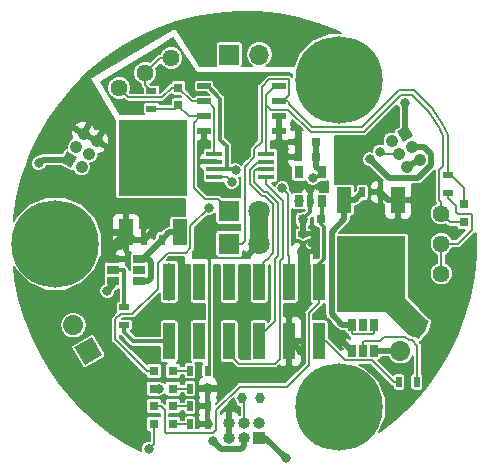
<source format=gbl>
G04 #@! TF.GenerationSoftware,KiCad,Pcbnew,(5.0.0)*
G04 #@! TF.CreationDate,2019-02-18T13:23:37-08:00*
G04 #@! TF.ProjectId,mlab100_Conn_PCB_1.6,6D6C61623130305F436F6E6E5F504342,rev?*
G04 #@! TF.SameCoordinates,Original*
G04 #@! TF.FileFunction,Copper,L2,Bot,Signal*
G04 #@! TF.FilePolarity,Positive*
%FSLAX46Y46*%
G04 Gerber Fmt 4.6, Leading zero omitted, Abs format (unit mm)*
G04 Created by KiCad (PCBNEW (5.0.0)) date 02/18/19 13:23:37*
%MOMM*%
%LPD*%
G01*
G04 APERTURE LIST*
G04 #@! TA.AperFunction,ComponentPad*
%ADD10C,1.000000*%
G04 #@! TD*
G04 #@! TA.AperFunction,Conductor*
%ADD11C,1.000000*%
G04 #@! TD*
G04 #@! TA.AperFunction,Conductor*
%ADD12C,0.100000*%
G04 #@! TD*
G04 #@! TA.AperFunction,SMDPad,CuDef*
%ADD13R,0.750000X0.800000*%
G04 #@! TD*
G04 #@! TA.AperFunction,ComponentPad*
%ADD14C,1.440000*%
G04 #@! TD*
G04 #@! TA.AperFunction,SMDPad,CuDef*
%ADD15R,1.400000X0.450000*%
G04 #@! TD*
G04 #@! TA.AperFunction,SMDPad,CuDef*
%ADD16R,0.800000X1.000000*%
G04 #@! TD*
G04 #@! TA.AperFunction,SMDPad,CuDef*
%ADD17R,0.600000X1.000000*%
G04 #@! TD*
G04 #@! TA.AperFunction,SMDPad,CuDef*
%ADD18R,1.143000X0.508000*%
G04 #@! TD*
G04 #@! TA.AperFunction,ComponentPad*
%ADD19C,1.800000*%
G04 #@! TD*
G04 #@! TA.AperFunction,ComponentPad*
%ADD20R,1.800000X1.800000*%
G04 #@! TD*
G04 #@! TA.AperFunction,SMDPad,CuDef*
%ADD21R,1.000000X3.150000*%
G04 #@! TD*
G04 #@! TA.AperFunction,ComponentPad*
%ADD22O,1.000000X1.000000*%
G04 #@! TD*
G04 #@! TA.AperFunction,ComponentPad*
%ADD23R,1.000000X1.000000*%
G04 #@! TD*
G04 #@! TA.AperFunction,ComponentPad*
%ADD24C,1.700000*%
G04 #@! TD*
G04 #@! TA.AperFunction,Conductor*
%ADD25C,1.700000*%
G04 #@! TD*
G04 #@! TA.AperFunction,ComponentPad*
%ADD26R,1.700000X1.700000*%
G04 #@! TD*
G04 #@! TA.AperFunction,ComponentPad*
%ADD27O,1.700000X1.700000*%
G04 #@! TD*
G04 #@! TA.AperFunction,SMDPad,CuDef*
%ADD28R,1.200000X2.200000*%
G04 #@! TD*
G04 #@! TA.AperFunction,SMDPad,CuDef*
%ADD29R,5.800000X6.400000*%
G04 #@! TD*
G04 #@! TA.AperFunction,SMDPad,CuDef*
%ADD30R,2.750000X3.050000*%
G04 #@! TD*
G04 #@! TA.AperFunction,SMDPad,CuDef*
%ADD31R,0.650000X1.060000*%
G04 #@! TD*
G04 #@! TA.AperFunction,SMDPad,CuDef*
%ADD32R,1.060000X0.650000*%
G04 #@! TD*
G04 #@! TA.AperFunction,ComponentPad*
%ADD33C,7.400000*%
G04 #@! TD*
G04 #@! TA.AperFunction,SMDPad,CuDef*
%ADD34R,0.900000X0.500000*%
G04 #@! TD*
G04 #@! TA.AperFunction,SMDPad,CuDef*
%ADD35R,0.500000X0.900000*%
G04 #@! TD*
G04 #@! TA.AperFunction,SMDPad,CuDef*
%ADD36R,0.800000X0.750000*%
G04 #@! TD*
G04 #@! TA.AperFunction,SMDPad,CuDef*
%ADD37R,0.800000X0.800000*%
G04 #@! TD*
G04 #@! TA.AperFunction,ViaPad*
%ADD38C,0.800000*%
G04 #@! TD*
G04 #@! TA.AperFunction,Conductor*
%ADD39C,0.350000*%
G04 #@! TD*
G04 #@! TA.AperFunction,Conductor*
%ADD40C,0.250000*%
G04 #@! TD*
G04 #@! TA.AperFunction,Conductor*
%ADD41C,1.500000*%
G04 #@! TD*
G04 #@! TA.AperFunction,Conductor*
%ADD42C,0.500000*%
G04 #@! TD*
G04 #@! TA.AperFunction,Conductor*
%ADD43C,0.200000*%
G04 #@! TD*
G04 #@! TA.AperFunction,Conductor*
%ADD44C,2.000000*%
G04 #@! TD*
G04 #@! TA.AperFunction,Conductor*
%ADD45C,0.150000*%
G04 #@! TD*
G04 APERTURE END LIST*
D10*
G04 #@! TO.P,J10,6*
G04 #@! TO.N,GND_O*
X33870148Y-14244705D03*
D11*
G04 #@! TD*
G04 #@! TO.N,GND_O*
G04 #@! TO.C,J10*
X33870148Y-14244705D02*
X33870148Y-14244705D01*
D10*
G04 #@! TO.P,J10,5*
G04 #@! TO.N,GND_O*
X34970000Y-13609705D03*
D11*
G04 #@! TD*
G04 #@! TO.N,GND_O*
G04 #@! TO.C,J10*
X34970000Y-13609705D02*
X34970000Y-13609705D01*
D10*
G04 #@! TO.P,J10,4*
G04 #@! TO.N,Temp1wDaisy*
X33235148Y-13144852D03*
D11*
G04 #@! TD*
G04 #@! TO.N,Temp1wDaisy*
G04 #@! TO.C,J10*
X33235148Y-13144852D02*
X33235148Y-13144852D01*
D10*
G04 #@! TO.P,J10,3*
G04 #@! TO.N,LED470nm*
X34335000Y-12509852D03*
D11*
G04 #@! TD*
G04 #@! TO.N,LED470nm*
G04 #@! TO.C,J10*
X34335000Y-12509852D02*
X34335000Y-12509852D01*
D10*
G04 #@! TO.P,J10,2*
G04 #@! TO.N,3V3_O*
X32600148Y-12045000D03*
D11*
G04 #@! TD*
G04 #@! TO.N,3V3_O*
G04 #@! TO.C,J10*
X32600148Y-12045000D02*
X32600148Y-12045000D01*
D10*
G04 #@! TO.P,J10,1*
G04 #@! TO.N,12V_O*
X33700000Y-11410000D03*
D12*
G04 #@! TD*
G04 #@! TO.N,12V_O*
G04 #@! TO.C,J10*
G36*
X33883013Y-10726987D02*
X34383013Y-11593013D01*
X33516987Y-12093013D01*
X33016987Y-11226987D01*
X33883013Y-10726987D01*
X33883013Y-10726987D01*
G37*
D13*
G04 #@! TO.P,C9,1*
G04 #@! TO.N,/AnalogConnPCB/sheet5C67EBE6/Aout*
X38720000Y-18910000D03*
G04 #@! TO.P,C9,2*
G04 #@! TO.N,/AnalogConnPCB/sheet5C67EBE6/A+*
X38720000Y-17410000D03*
G04 #@! TD*
D14*
G04 #@! TO.P,RV1,3*
G04 #@! TO.N,Net-(R10-Pad1)*
X36780000Y-23270000D03*
G04 #@! TO.P,RV1,2*
X36780000Y-20730000D03*
G04 #@! TO.P,RV1,1*
G04 #@! TO.N,/AnalogConnPCB/sheet5C67EBE6/Aout*
X36780000Y-18190000D03*
G04 #@! TD*
D15*
G04 #@! TO.P,IC4,1*
G04 #@! TO.N,/AnalogConnPCB/SPI_CS_ADC*
X17560000Y-15085000D03*
G04 #@! TO.P,IC4,2*
G04 #@! TO.N,+3.3VA*
X17560000Y-14435000D03*
G04 #@! TO.P,IC4,3*
G04 #@! TO.N,GNDA*
X17560000Y-13785000D03*
G04 #@! TO.P,IC4,4*
G04 #@! TO.N,/AnalogConnPCB/sheet5C67EBE6/Bout*
X17560000Y-13135000D03*
G04 #@! TO.P,IC4,5*
G04 #@! TO.N,/AnalogConnPCB/sheet5C67EBE6/Aout*
X21960000Y-13135000D03*
G04 #@! TO.P,IC4,6*
G04 #@! TO.N,/AnalogConnPCB/SPI_MOSI*
X21960000Y-13785000D03*
G04 #@! TO.P,IC4,7*
G04 #@! TO.N,/AnalogConnPCB/SPI_MISO*
X21960000Y-14435000D03*
G04 #@! TO.P,IC4,8*
G04 #@! TO.N,/AnalogConnPCB/SPI_SCL*
X21960000Y-15085000D03*
G04 #@! TD*
D16*
G04 #@! TO.P,IC3,1*
G04 #@! TO.N,/AnalogConnPCB/5V*
X26638000Y-17104000D03*
D17*
G04 #@! TO.P,IC3,2*
G04 #@! TO.N,GNDA*
X25688000Y-17104000D03*
D16*
G04 #@! TO.P,IC3,3*
G04 #@! TO.N,/AnalogConnPCB/3V3ACtrl*
X24738000Y-17104000D03*
G04 #@! TO.P,IC3,4*
G04 #@! TO.N,N/C*
X24738000Y-14704000D03*
G04 #@! TO.P,IC3,5*
G04 #@! TO.N,+3.3VA*
X26638000Y-14704000D03*
G04 #@! TD*
D18*
G04 #@! TO.P,U3,1*
G04 #@! TO.N,/AnalogConnPCB/sheet5C67EBE6/Aout*
X23021000Y-7395000D03*
G04 #@! TO.P,U3,2*
G04 #@! TO.N,/AnalogConnPCB/sheet5C67EBE6/A+*
X23021000Y-8665000D03*
G04 #@! TO.P,U3,3*
G04 #@! TO.N,GNDA*
X23021000Y-9935000D03*
G04 #@! TO.P,U3,4*
X23021000Y-11205000D03*
G04 #@! TO.P,U3,5*
X16671000Y-11205000D03*
G04 #@! TO.P,U3,6*
G04 #@! TO.N,/AnalogConnPCB/sheet5C67EBE6/B+*
X16671000Y-9935000D03*
G04 #@! TO.P,U3,7*
G04 #@! TO.N,/AnalogConnPCB/sheet5C67EBE6/Bout*
X16671000Y-8665000D03*
G04 #@! TO.P,U3,8*
G04 #@! TO.N,+3.3VA*
X16671000Y-7395000D03*
G04 #@! TD*
D14*
G04 #@! TO.P,RV2,1*
G04 #@! TO.N,/AnalogConnPCB/sheet5C67EBE6/Bout*
X9510000Y-7560000D03*
G04 #@! TO.P,RV2,2*
G04 #@! TO.N,Net-(R11-Pad1)*
X11709705Y-6290000D03*
G04 #@! TO.P,RV2,3*
X13909409Y-5020000D03*
G04 #@! TD*
D19*
G04 #@! TO.P,D13,2*
G04 #@! TO.N,GNDA*
X21370000Y-20730000D03*
D20*
G04 #@! TO.P,D13,1*
G04 #@! TO.N,/AnalogConnPCB/sheet5C67EBE6/A+*
X18830000Y-20730000D03*
G04 #@! TD*
D19*
G04 #@! TO.P,D14,2*
G04 #@! TO.N,GNDA*
X21370000Y-17936000D03*
D20*
G04 #@! TO.P,D14,1*
G04 #@! TO.N,/AnalogConnPCB/sheet5C67EBE6/B+*
X18830000Y-17936000D03*
G04 #@! TD*
D21*
G04 #@! TO.P,J3,12*
G04 #@! TO.N,/AnalogConnPCB/HeaterCtrl*
X26450000Y-29005000D03*
G04 #@! TO.P,J3,11*
G04 #@! TO.N,/AnalogConnPCB/5V*
X26450000Y-23955000D03*
G04 #@! TO.P,J3,10*
G04 #@! TO.N,GND_O*
X23910000Y-29005000D03*
G04 #@! TO.P,J3,9*
G04 #@! TO.N,/AnalogConnPCB/SPI_CS_ADC*
X23910000Y-23955000D03*
G04 #@! TO.P,J3,8*
G04 #@! TO.N,/AnalogConnPCB/SPI_MISO*
X21370000Y-29005000D03*
G04 #@! TO.P,J3,7*
G04 #@! TO.N,/AnalogConnPCB/SPI_MOSI*
X21370000Y-23955000D03*
G04 #@! TO.P,J3,6*
G04 #@! TO.N,/AnalogConnPCB/SPI_SCL*
X18830000Y-29005000D03*
G04 #@! TO.P,J3,5*
G04 #@! TO.N,/AnalogConnPCB/3V3ACtrl*
X18830000Y-23955000D03*
G04 #@! TO.P,J3,4*
G04 #@! TO.N,Temp1wDaisy*
X16290000Y-29005000D03*
G04 #@! TO.P,J3,3*
G04 #@! TO.N,3V3_O*
X16290000Y-23955000D03*
G04 #@! TO.P,J3,2*
G04 #@! TO.N,/AnalogConnPCB/470nmCtrl*
X13750000Y-29005000D03*
G04 #@! TO.P,J3,1*
G04 #@! TO.N,12V_O*
X13750000Y-23955000D03*
G04 #@! TD*
D22*
G04 #@! TO.P,J8,6*
G04 #@! TO.N,GND_O*
X18830000Y-35890000D03*
G04 #@! TO.P,J8,5*
X18830000Y-37160000D03*
G04 #@! TO.P,J8,4*
G04 #@! TO.N,Temp1wDaisy*
X20100000Y-35890000D03*
G04 #@! TO.P,J8,3*
G04 #@! TO.N,LED470nm*
X20100000Y-37160000D03*
G04 #@! TO.P,J8,2*
G04 #@! TO.N,3V3_O*
X21370000Y-35890000D03*
D23*
G04 #@! TO.P,J8,1*
G04 #@! TO.N,12V_O*
X21370000Y-37160000D03*
G04 #@! TD*
D10*
G04 #@! TO.P,J9,1*
G04 #@! TO.N,12V_O*
X5230000Y-13610000D03*
D12*
G04 #@! TD*
G04 #@! TO.N,12V_O*
G04 #@! TO.C,J9*
G36*
X4546987Y-13793013D02*
X5046987Y-12926987D01*
X5913013Y-13426987D01*
X5413013Y-14293013D01*
X4546987Y-13793013D01*
X4546987Y-13793013D01*
G37*
D10*
G04 #@! TO.P,J9,2*
G04 #@! TO.N,3V3_O*
X6329852Y-14245000D03*
D11*
G04 #@! TD*
G04 #@! TO.N,3V3_O*
G04 #@! TO.C,J9*
X6329852Y-14245000D02*
X6329852Y-14245000D01*
D10*
G04 #@! TO.P,J9,3*
G04 #@! TO.N,LED470nm*
X5865000Y-12510148D03*
D11*
G04 #@! TD*
G04 #@! TO.N,LED470nm*
G04 #@! TO.C,J9*
X5865000Y-12510148D02*
X5865000Y-12510148D01*
D10*
G04 #@! TO.P,J9,4*
G04 #@! TO.N,Temp1wDaisy*
X6964852Y-13145148D03*
D11*
G04 #@! TD*
G04 #@! TO.N,Temp1wDaisy*
G04 #@! TO.C,J9*
X6964852Y-13145148D02*
X6964852Y-13145148D01*
D10*
G04 #@! TO.P,J9,5*
G04 #@! TO.N,GND_O*
X6500000Y-11410295D03*
D11*
G04 #@! TD*
G04 #@! TO.N,GND_O*
G04 #@! TO.C,J9*
X6500000Y-11410295D02*
X6500000Y-11410295D01*
D10*
G04 #@! TO.P,J9,6*
G04 #@! TO.N,GND_O*
X7599852Y-12045295D03*
D11*
G04 #@! TD*
G04 #@! TO.N,GND_O*
G04 #@! TO.C,J9*
X7599852Y-12045295D02*
X7599852Y-12045295D01*
D24*
G04 #@! TO.P,J11,2*
G04 #@! TO.N,12V_O*
X5610000Y-27630295D03*
D25*
G04 #@! TD*
G04 #@! TO.N,12V_O*
G04 #@! TO.C,J11*
X5610000Y-27630295D02*
X5610000Y-27630295D01*
D24*
G04 #@! TO.P,J11,1*
G04 #@! TO.N,Heater-*
X6880000Y-29830000D03*
D12*
G04 #@! TD*
G04 #@! TO.N,Heater-*
G04 #@! TO.C,J11*
G36*
X7191122Y-28668878D02*
X8041122Y-30141122D01*
X6568878Y-30991122D01*
X5718878Y-29518878D01*
X7191122Y-28668878D01*
X7191122Y-28668878D01*
G37*
D24*
G04 #@! TO.P,J12,2*
G04 #@! TO.N,12V_O*
X33320000Y-29829705D03*
D25*
G04 #@! TD*
G04 #@! TO.N,12V_O*
G04 #@! TO.C,J12*
X33320000Y-29829705D02*
X33320000Y-29829705D01*
D24*
G04 #@! TO.P,J12,1*
G04 #@! TO.N,Heater-*
X34590000Y-27630000D03*
D12*
G04 #@! TD*
G04 #@! TO.N,Heater-*
G04 #@! TO.C,J12*
G36*
X33428878Y-27941122D02*
X34278878Y-26468878D01*
X35751122Y-27318878D01*
X34901122Y-28791122D01*
X33428878Y-27941122D01*
X33428878Y-27941122D01*
G37*
D26*
G04 #@! TO.P,J13,1*
G04 #@! TO.N,Heater-*
X18830000Y-4730000D03*
D27*
G04 #@! TO.P,J13,2*
G04 #@! TO.N,12V_O*
X21370000Y-4730000D03*
G04 #@! TD*
D28*
G04 #@! TO.P,Q1,1*
G04 #@! TO.N,Net-(IC1-Pad4)*
X28570000Y-17030000D03*
G04 #@! TO.P,Q1,3*
G04 #@! TO.N,GND_O*
X33130000Y-17030000D03*
D29*
G04 #@! TO.P,Q1,2*
G04 #@! TO.N,Heater-*
X30850000Y-23330000D03*
D30*
X32375000Y-25005000D03*
X29325000Y-21655000D03*
X29325000Y-25005000D03*
X32375000Y-21655000D03*
G04 #@! TD*
G04 #@! TO.P,Q3,2*
G04 #@! TO.N,LED470nm*
X10825000Y-15155000D03*
X13875000Y-11805000D03*
X13875000Y-15155000D03*
X10825000Y-11805000D03*
D29*
X12350000Y-13480000D03*
D28*
G04 #@! TO.P,Q3,3*
G04 #@! TO.N,GND_O*
X10070000Y-19780000D03*
G04 #@! TO.P,Q3,1*
G04 #@! TO.N,Net-(IC2-Pad4)*
X14630000Y-19780000D03*
G04 #@! TD*
D31*
G04 #@! TO.P,IC1,1*
G04 #@! TO.N,12V_O*
X31110000Y-29790000D03*
G04 #@! TO.P,IC1,2*
G04 #@! TO.N,Net-(IC1-Pad2)*
X30160000Y-29790000D03*
G04 #@! TO.P,IC1,3*
G04 #@! TO.N,GND_O*
X29210000Y-29790000D03*
G04 #@! TO.P,IC1,4*
G04 #@! TO.N,Net-(IC1-Pad4)*
X29210000Y-27590000D03*
G04 #@! TO.P,IC1,6*
X31110000Y-27590000D03*
G04 #@! TO.P,IC1,5*
G04 #@! TO.N,N/C*
X30160000Y-27590000D03*
G04 #@! TD*
D32*
G04 #@! TO.P,IC2,5*
G04 #@! TO.N,N/C*
X11200000Y-22980000D03*
G04 #@! TO.P,IC2,6*
G04 #@! TO.N,Net-(IC2-Pad4)*
X11200000Y-23930000D03*
G04 #@! TO.P,IC2,4*
X11200000Y-22030000D03*
G04 #@! TO.P,IC2,3*
G04 #@! TO.N,GND_O*
X9000000Y-22030000D03*
G04 #@! TO.P,IC2,2*
G04 #@! TO.N,Net-(IC2-Pad2)*
X9000000Y-22980000D03*
G04 #@! TO.P,IC2,1*
G04 #@! TO.N,12V_O*
X9000000Y-23930000D03*
G04 #@! TD*
D33*
G04 #@! TO.P,MH8,1*
G04 #@! TO.N,N/C*
X28100000Y-34590000D03*
G04 #@! TD*
G04 #@! TO.P,MH9,1*
G04 #@! TO.N,N/C*
X4100000Y-20730000D03*
G04 #@! TD*
G04 #@! TO.P,MH10,1*
G04 #@! TO.N,N/C*
X28100000Y-6870000D03*
G04 #@! TD*
D34*
G04 #@! TO.P,R10,2*
G04 #@! TO.N,/AnalogConnPCB/sheet5C67EBE6/A+*
X37370000Y-14910000D03*
G04 #@! TO.P,R10,1*
G04 #@! TO.N,Net-(R10-Pad1)*
X37370000Y-16410000D03*
G04 #@! TD*
G04 #@! TO.P,R11,1*
G04 #@! TO.N,Net-(R11-Pad1)*
X12226000Y-7788000D03*
G04 #@! TO.P,R11,2*
G04 #@! TO.N,/AnalogConnPCB/sheet5C67EBE6/B+*
X12226000Y-9288000D03*
G04 #@! TD*
D35*
G04 #@! TO.P,R12,2*
G04 #@! TO.N,Net-(IC1-Pad2)*
X34700000Y-32450000D03*
G04 #@! TO.P,R12,1*
G04 #@! TO.N,/AnalogConnPCB/HeaterCtrl*
X33200000Y-32450000D03*
G04 #@! TD*
D34*
G04 #@! TO.P,R13,2*
G04 #@! TO.N,Net-(IC2-Pad2)*
X9940000Y-26130000D03*
G04 #@! TO.P,R13,1*
G04 #@! TO.N,/AnalogConnPCB/470nmCtrl*
X9940000Y-27630000D03*
G04 #@! TD*
D35*
G04 #@! TO.P,R14,2*
G04 #@! TO.N,3V3_O*
X21440000Y-33810000D03*
G04 #@! TO.P,R14,1*
G04 #@! TO.N,Temp1wDaisy*
X19940000Y-33810000D03*
G04 #@! TD*
G04 #@! TO.P,R15,1*
G04 #@! TO.N,Net-(IC1-Pad4)*
X30100000Y-16380000D03*
G04 #@! TO.P,R15,2*
G04 #@! TO.N,GND_O*
X31600000Y-16380000D03*
G04 #@! TD*
G04 #@! TO.P,R16,1*
G04 #@! TO.N,Net-(IC2-Pad4)*
X13100000Y-20430000D03*
G04 #@! TO.P,R16,2*
G04 #@! TO.N,GND_O*
X11600000Y-20430000D03*
G04 #@! TD*
D13*
G04 #@! TO.P,C10,2*
G04 #@! TO.N,/AnalogConnPCB/sheet5C67EBE6/B+*
X14512000Y-9022000D03*
G04 #@! TO.P,C10,1*
G04 #@! TO.N,/AnalogConnPCB/sheet5C67EBE6/Bout*
X14512000Y-7522000D03*
G04 #@! TD*
D36*
G04 #@! TO.P,C1,1*
G04 #@! TO.N,/AnalogConnPCB/5V*
X26600000Y-18670000D03*
G04 #@! TO.P,C1,2*
G04 #@! TO.N,GNDA*
X25100000Y-18670000D03*
G04 #@! TD*
G04 #@! TO.P,C2,1*
G04 #@! TO.N,+3.3VA*
X26184000Y-13364000D03*
G04 #@! TO.P,C2,2*
G04 #@! TO.N,GNDA*
X24684000Y-13364000D03*
G04 #@! TD*
G04 #@! TO.P,C5,2*
G04 #@! TO.N,GNDA*
X24684000Y-12094000D03*
G04 #@! TO.P,C5,1*
G04 #@! TO.N,+3.3VA*
X26184000Y-12094000D03*
G04 #@! TD*
D34*
G04 #@! TO.P,JP1,2*
G04 #@! TO.N,GNDA*
X25080000Y-19910000D03*
G04 #@! TO.P,JP1,1*
G04 #@! TO.N,GND_O*
X25080000Y-21410000D03*
G04 #@! TD*
D37*
G04 #@! TO.P,D1,1*
G04 #@! TO.N,Net-(D1-Pad1)*
X14050000Y-31500000D03*
G04 #@! TO.P,D1,2*
G04 #@! TO.N,+3.3VA*
X12450000Y-31500000D03*
G04 #@! TD*
G04 #@! TO.P,D2,2*
G04 #@! TO.N,3V3_O*
X12450000Y-33000000D03*
G04 #@! TO.P,D2,1*
G04 #@! TO.N,Net-(D2-Pad1)*
X14050000Y-33000000D03*
G04 #@! TD*
G04 #@! TO.P,D3,1*
G04 #@! TO.N,Net-(D3-Pad1)*
X14050000Y-34500000D03*
G04 #@! TO.P,D3,2*
G04 #@! TO.N,/AnalogConnPCB/5V*
X12450000Y-34500000D03*
G04 #@! TD*
G04 #@! TO.P,D4,2*
G04 #@! TO.N,12V_O*
X12450000Y-36000000D03*
G04 #@! TO.P,D4,1*
G04 #@! TO.N,Net-(D4-Pad1)*
X14050000Y-36000000D03*
G04 #@! TD*
D35*
G04 #@! TO.P,R1,2*
G04 #@! TO.N,GNDA*
X17000000Y-31500000D03*
G04 #@! TO.P,R1,1*
G04 #@! TO.N,Net-(D1-Pad1)*
X15500000Y-31500000D03*
G04 #@! TD*
G04 #@! TO.P,R2,1*
G04 #@! TO.N,Net-(D3-Pad1)*
X15500000Y-34500000D03*
G04 #@! TO.P,R2,2*
G04 #@! TO.N,GND_O*
X17000000Y-34500000D03*
G04 #@! TD*
G04 #@! TO.P,R3,2*
G04 #@! TO.N,GND_O*
X17000000Y-36000000D03*
G04 #@! TO.P,R3,1*
G04 #@! TO.N,Net-(D4-Pad1)*
X15500000Y-36000000D03*
G04 #@! TD*
G04 #@! TO.P,R4,1*
G04 #@! TO.N,Net-(D2-Pad1)*
X15500000Y-33000000D03*
G04 #@! TO.P,R4,2*
G04 #@! TO.N,GND_O*
X17000000Y-33000000D03*
G04 #@! TD*
D38*
G04 #@! TO.N,GND_O*
X16970000Y-32990000D03*
G04 #@! TO.N,GNDA*
X15300000Y-6230000D03*
X10700000Y-9230000D03*
X17920000Y-16210000D03*
X25110000Y-19890000D03*
X16840000Y-21180000D03*
X19950000Y-11360000D03*
X16690000Y-12290000D03*
X25100000Y-18670000D03*
X19610000Y-9810000D03*
X19730815Y-8132912D03*
X23310000Y-12920000D03*
X25626073Y-16131762D03*
X16890000Y-19450000D03*
G04 #@! TO.N,+3.3VA*
X19360000Y-14530000D03*
X25900000Y-15170000D03*
X17080000Y-17710000D03*
G04 #@! TO.N,12V_O*
X13700000Y-25130000D03*
X13700000Y-22830000D03*
X13750000Y-23955000D03*
X8500001Y-24740294D03*
X33690000Y-8820000D03*
X2699999Y-13925955D03*
X23610000Y-38877072D03*
X12000000Y-38117273D03*
G04 #@! TO.N,GND_O*
X12490000Y-26660000D03*
X18950000Y-26480000D03*
X14200000Y-17600000D03*
X8480000Y-14350000D03*
X30750000Y-18070000D03*
X32230000Y-19270000D03*
X29550000Y-19310000D03*
X28400000Y-14690000D03*
X8190000Y-27500000D03*
X6630000Y-24680000D03*
X3570000Y-29560000D03*
X2370000Y-25870000D03*
X13180000Y-19070000D03*
X11710000Y-17550000D03*
X35880000Y-29140000D03*
X35760000Y-19420000D03*
X34770000Y-16070000D03*
X35880000Y-15330000D03*
X28200000Y-28850000D03*
X10307544Y-33089836D03*
X24872925Y-29834710D03*
X23820000Y-26360000D03*
X25190000Y-22880000D03*
X17020000Y-36030000D03*
X15100000Y-30100000D03*
X18490000Y-31520000D03*
G04 #@! TO.N,/AnalogConnPCB/3V3ACtrl*
X18830000Y-23955000D03*
X24738000Y-17104000D03*
G04 #@! TO.N,Temp1wDaisy*
X19940000Y-33810000D03*
X31585137Y-12940000D03*
X16290000Y-29005000D03*
G04 #@! TO.N,3V3_O*
X16290000Y-23955000D03*
X21440000Y-33810000D03*
X12850000Y-33000000D03*
G04 #@! TO.N,LED470nm*
X10825000Y-11805000D03*
X30732995Y-13603334D03*
X17434217Y-37450011D03*
G04 #@! TO.N,/AnalogConnPCB/SPI_CS_ADC*
X23330000Y-16040000D03*
X19039024Y-15505054D03*
G04 #@! TD*
D39*
G04 #@! TO.N,GNDA*
X25688000Y-18082000D02*
X25688000Y-17104000D01*
X25100000Y-19890000D02*
X25080000Y-19910000D01*
X25100000Y-18670000D02*
X25100000Y-19890000D01*
X25100000Y-18670000D02*
X25688000Y-18082000D01*
X25688000Y-17104000D02*
X25688000Y-16193689D01*
X25688000Y-16193689D02*
X25626073Y-16131762D01*
D40*
X17000000Y-31300000D02*
X17140000Y-31160000D01*
X17000000Y-31500000D02*
X17000000Y-31300000D01*
X16840000Y-21745685D02*
X16840000Y-21180000D01*
X17140000Y-22045685D02*
X16840000Y-21745685D01*
X17140000Y-31160000D02*
X17140000Y-22045685D01*
D41*
X21370000Y-20730000D02*
X21370000Y-17936000D01*
D42*
G04 #@! TO.N,+3.3VA*
X26184000Y-12094000D02*
X26184000Y-13364000D01*
X26184000Y-14250000D02*
X26638000Y-14704000D01*
X26184000Y-13364000D02*
X26184000Y-14250000D01*
D39*
X18635001Y-14409999D02*
X18635001Y-12505001D01*
X17560000Y-14435000D02*
X18610000Y-14435000D01*
X18610000Y-14435000D02*
X18635001Y-14409999D01*
X18635001Y-12505001D02*
X18050000Y-11920000D01*
X16988500Y-7395000D02*
X16671000Y-7395000D01*
X18050000Y-8456500D02*
X16988500Y-7395000D01*
X18050000Y-11920000D02*
X18050000Y-8456500D01*
X18635001Y-14409999D02*
X19239999Y-14409999D01*
X19239999Y-14409999D02*
X19360000Y-14530000D01*
X26172000Y-15170000D02*
X26638000Y-14704000D01*
X25900000Y-15170000D02*
X26172000Y-15170000D01*
D43*
X10630001Y-26680001D02*
X12760000Y-24550002D01*
X9649997Y-26680001D02*
X10630001Y-26680001D01*
X9189999Y-27139999D02*
X9649997Y-26680001D01*
X9189999Y-28839999D02*
X9189999Y-27139999D01*
X12450000Y-31500000D02*
X11850000Y-31500000D01*
X11850000Y-31500000D02*
X9189999Y-28839999D01*
X12760000Y-22329998D02*
X13609998Y-21480000D01*
X12760000Y-24550002D02*
X12760000Y-22329998D01*
X15530001Y-21120001D02*
X15530001Y-19259999D01*
X15170002Y-21480000D02*
X15530001Y-21120001D01*
X13609998Y-21480000D02*
X15170002Y-21480000D01*
X15530001Y-19259999D02*
X17080000Y-17710000D01*
D44*
G04 #@! TO.N,Heater-*
X30850000Y-23890000D02*
X34590000Y-27630000D01*
X30850000Y-23330000D02*
X30850000Y-23890000D01*
D43*
G04 #@! TO.N,Net-(R10-Pad1)*
X36780000Y-23270000D02*
X36780000Y-20730000D01*
X39395001Y-18269999D02*
X39315002Y-18190000D01*
X39395001Y-19550001D02*
X39395001Y-18269999D01*
X36780000Y-20730000D02*
X38215002Y-20730000D01*
X38215002Y-20730000D02*
X39395001Y-19550001D01*
X37370000Y-16860000D02*
X37370000Y-16410000D01*
X38044999Y-17534999D02*
X37370000Y-16860000D01*
X38044999Y-18050001D02*
X38044999Y-17534999D01*
X38184998Y-18190000D02*
X38044999Y-18050001D01*
X39315002Y-18190000D02*
X38184998Y-18190000D01*
G04 #@! TO.N,Net-(R11-Pad1)*
X11709705Y-7271705D02*
X12226000Y-7788000D01*
X11709705Y-6290000D02*
X11709705Y-7271705D01*
X12979705Y-5020000D02*
X13909409Y-5020000D01*
X11709705Y-6290000D02*
X12979705Y-5020000D01*
D39*
G04 #@! TO.N,/AnalogConnPCB/5V*
X26638000Y-18632000D02*
X26600000Y-18670000D01*
X26638000Y-17104000D02*
X26638000Y-18632000D01*
X26450000Y-23955000D02*
X26450000Y-22480000D01*
X26450000Y-22480000D02*
X26864990Y-22065010D01*
X26600000Y-18670000D02*
X26600000Y-19040000D01*
X26864990Y-19304990D02*
X26864990Y-19840000D01*
X26600000Y-19040000D02*
X26864990Y-19304990D01*
X26864990Y-22065010D02*
X26864990Y-19840000D01*
X26864990Y-19840000D02*
X26864990Y-19554990D01*
D43*
X13349999Y-34799999D02*
X13349999Y-36640001D01*
X12450000Y-34500000D02*
X13050000Y-34500000D01*
X13050000Y-34500000D02*
X13349999Y-34799999D01*
X13349999Y-36640001D02*
X13439998Y-36730000D01*
X13439998Y-36730000D02*
X13539998Y-36830000D01*
X13439998Y-36730000D02*
X13459999Y-36750001D01*
X25572935Y-26607065D02*
X26450000Y-25730000D01*
X13459999Y-36750001D02*
X17490001Y-36750001D01*
X17490001Y-36750001D02*
X17720001Y-36520001D01*
X25572935Y-30997065D02*
X25572935Y-26607065D01*
X26450000Y-25730000D02*
X26450000Y-23955000D01*
X19740000Y-32830000D02*
X23740000Y-32830000D01*
X23740000Y-32830000D02*
X25572935Y-30997065D01*
X17720001Y-34849999D02*
X19740000Y-32830000D01*
X17720001Y-36520001D02*
X17720001Y-34849999D01*
G04 #@! TO.N,/AnalogConnPCB/sheet5C67EBE6/Aout*
X22703500Y-7395000D02*
X23021000Y-7395000D01*
X21960000Y-8138500D02*
X22703500Y-7395000D01*
X21960000Y-13135000D02*
X21960000Y-8600000D01*
X21960000Y-8600000D02*
X21960000Y-8138500D01*
X38145000Y-18910000D02*
X38720000Y-18910000D01*
X37499999Y-18909999D02*
X38145000Y-18910000D01*
X36780000Y-18190000D02*
X37499999Y-18909999D01*
X36960000Y-14160000D02*
X36619999Y-14500001D01*
X36619999Y-14500001D02*
X36619999Y-17011766D01*
X36960000Y-11586120D02*
X36960000Y-14160000D01*
X36619999Y-17011766D02*
X36780000Y-17171767D01*
X35666343Y-9496343D02*
X36581511Y-10882764D01*
X36581511Y-10882764D02*
X36960000Y-11586120D01*
X34289998Y-8119998D02*
X35666343Y-9496343D01*
X21960000Y-8600000D02*
X21960000Y-8969502D01*
X33360002Y-8119998D02*
X34289998Y-8119998D01*
X21960000Y-8969502D02*
X22371497Y-9380999D01*
X36780000Y-17171767D02*
X36780000Y-18190000D01*
X22371497Y-9380999D02*
X23810999Y-9380999D01*
X23810999Y-9380999D02*
X25710000Y-11280000D01*
X25710000Y-11280000D02*
X30200000Y-11280000D01*
X30200000Y-11280000D02*
X33360002Y-8119998D01*
G04 #@! TO.N,/AnalogConnPCB/sheet5C67EBE6/A+*
X19930000Y-20730000D02*
X20150000Y-20510000D01*
X18830000Y-20730000D02*
X19930000Y-20730000D01*
X20150000Y-20510000D02*
X20150000Y-14230000D01*
X20150000Y-14230000D02*
X20950000Y-13430000D01*
X20950000Y-13430000D02*
X20950000Y-12750000D01*
X20950000Y-12750000D02*
X21559990Y-12140010D01*
X21559990Y-7490508D02*
X22220498Y-6830000D01*
X21559990Y-12140010D02*
X21559990Y-7490508D01*
X23338500Y-8665000D02*
X23021000Y-8665000D01*
X23892501Y-8110999D02*
X23338500Y-8665000D01*
X23892501Y-6900999D02*
X23892501Y-8110999D01*
X23821502Y-6830000D02*
X23892501Y-6900999D01*
X22220498Y-6830000D02*
X23821502Y-6830000D01*
X23021000Y-8665000D02*
X23792500Y-8665000D01*
X23792500Y-8665000D02*
X23910000Y-8782500D01*
X23910000Y-8782500D02*
X23910000Y-8910000D01*
X23910000Y-8910000D02*
X25870001Y-10870001D01*
X30039999Y-10870001D02*
X33200000Y-7710000D01*
X25870001Y-10870001D02*
X30039999Y-10870001D01*
X37370000Y-11559725D02*
X37370000Y-14460000D01*
X37370000Y-14460000D02*
X37370000Y-14910000D01*
X37380762Y-11523886D02*
X37370000Y-11559725D01*
X36925246Y-10677393D02*
X37380762Y-11523886D01*
X35956394Y-9209645D02*
X36925246Y-10677393D01*
X33200000Y-7710000D02*
X34456749Y-7710000D01*
X34456749Y-7710000D02*
X35956394Y-9209645D01*
X38720000Y-17450000D02*
X38720000Y-17410000D01*
X38720000Y-16060000D02*
X38720000Y-17450000D01*
X37370000Y-14910000D02*
X37570000Y-14910000D01*
X37570000Y-14910000D02*
X38720000Y-16060000D01*
G04 #@! TO.N,/AnalogConnPCB/sheet5C67EBE6/B+*
X14246000Y-9288000D02*
X14512000Y-9022000D01*
X12226000Y-9288000D02*
X14246000Y-9288000D01*
X14512000Y-9047000D02*
X14512000Y-9022000D01*
X15400000Y-9935000D02*
X14512000Y-9047000D01*
X16671000Y-9935000D02*
X15400000Y-9935000D01*
X15799499Y-16005499D02*
X15799499Y-10489001D01*
X18830000Y-17936000D02*
X17863998Y-16969998D01*
X17863998Y-16969998D02*
X16763998Y-16969998D01*
X16353500Y-9935000D02*
X16671000Y-9935000D01*
X16763998Y-16969998D02*
X15799499Y-16005499D01*
X15799499Y-10489001D02*
X16353500Y-9935000D01*
G04 #@! TO.N,/AnalogConnPCB/sheet5C67EBE6/Bout*
X14512000Y-7547000D02*
X14512000Y-7522000D01*
X15630000Y-8665000D02*
X14512000Y-7547000D01*
X16671000Y-8665000D02*
X15630000Y-8665000D01*
X16988500Y-8665000D02*
X16671000Y-8665000D01*
X17560000Y-9236500D02*
X16988500Y-8665000D01*
X17560000Y-13135000D02*
X17560000Y-9236500D01*
X13937000Y-7522000D02*
X14512000Y-7522000D01*
X13120999Y-8338001D02*
X13937000Y-7522000D01*
X10288001Y-8338001D02*
X13120999Y-8338001D01*
X9510000Y-7560000D02*
X10288001Y-8338001D01*
D42*
G04 #@! TO.N,12V_O*
X9000000Y-23930000D02*
X9000000Y-24240295D01*
X9000000Y-24240295D02*
X8500001Y-24740294D01*
X33700000Y-8830000D02*
X33690000Y-8820000D01*
X33700000Y-11410000D02*
X33700000Y-8830000D01*
X5230000Y-13610000D02*
X3015954Y-13610000D01*
X3015954Y-13610000D02*
X2699999Y-13925955D01*
X21370000Y-37160000D02*
X21892928Y-37160000D01*
X21892928Y-37160000D02*
X23610000Y-38877072D01*
X33280295Y-29790000D02*
X33320000Y-29829705D01*
X31110000Y-29790000D02*
X33280295Y-29790000D01*
D43*
X12450000Y-37667273D02*
X12000000Y-38117273D01*
X12450000Y-36000000D02*
X12450000Y-37667273D01*
D42*
G04 #@! TO.N,GND_O*
X32250000Y-17030000D02*
X31600000Y-16380000D01*
X33130000Y-17030000D02*
X32250000Y-17030000D01*
D39*
X23910000Y-27080000D02*
X24640000Y-26350000D01*
X23910000Y-29005000D02*
X23910000Y-27080000D01*
X24640000Y-26350000D02*
X24820000Y-26170000D01*
D42*
X9000000Y-20850000D02*
X10070000Y-19780000D01*
X9000000Y-22030000D02*
X9000000Y-20850000D01*
X9000000Y-21205000D02*
X8540000Y-20745000D01*
X10720000Y-20430000D02*
X10070000Y-19780000D01*
X11600000Y-20430000D02*
X10720000Y-20430000D01*
X7349999Y-24000001D02*
X6950000Y-24400000D01*
X8019999Y-23330001D02*
X7349999Y-24000001D01*
X8019999Y-22294999D02*
X8019999Y-23330001D01*
X11600000Y-20430000D02*
X9884998Y-20430000D01*
X8540000Y-21774998D02*
X8464998Y-21850000D01*
X8540000Y-20745000D02*
X8540000Y-21774998D01*
X9884998Y-20430000D02*
X8464998Y-21850000D01*
X8464998Y-21850000D02*
X8019999Y-22294999D01*
X8019999Y-22294999D02*
X8019999Y-22100001D01*
X8019999Y-22100001D02*
X8240000Y-21880000D01*
X8240000Y-21880000D02*
X8240000Y-21250000D01*
X9000000Y-21205000D02*
X9000000Y-22030000D01*
X9185000Y-21020000D02*
X9000000Y-21205000D01*
X9700000Y-21020000D02*
X9185000Y-21020000D01*
X12960000Y-19070000D02*
X13180000Y-19070000D01*
X11600000Y-20430000D02*
X12960000Y-19070000D01*
X28270000Y-28850000D02*
X29210000Y-29790000D01*
X28200000Y-28850000D02*
X28270000Y-28850000D01*
X23910000Y-29005000D02*
X24043215Y-29005000D01*
X24472926Y-29434711D02*
X24872925Y-29834710D01*
X24043215Y-29005000D02*
X24472926Y-29434711D01*
D40*
X25080000Y-21910000D02*
X25110000Y-21940000D01*
X25080000Y-21410000D02*
X25080000Y-21910000D01*
X25080000Y-21910000D02*
X25080000Y-22650000D01*
X25080000Y-22650000D02*
X25200000Y-22770000D01*
D11*
X25190000Y-21520000D02*
X25190000Y-22880000D01*
X25080000Y-21410000D02*
X25190000Y-21520000D01*
D43*
G04 #@! TO.N,Net-(IC1-Pad2)*
X31550001Y-28959999D02*
X30260001Y-28959999D01*
X30260001Y-28959999D02*
X30160000Y-29060000D01*
X33741510Y-28620000D02*
X31890000Y-28620000D01*
X31890000Y-28620000D02*
X31550001Y-28959999D01*
X34700000Y-32450000D02*
X34700000Y-31800000D01*
X34700000Y-31800000D02*
X34760000Y-31740000D01*
X34760000Y-31740000D02*
X34760000Y-29400000D01*
X34760000Y-29400000D02*
X34290008Y-28930008D01*
X30160000Y-29060000D02*
X30160000Y-29790000D01*
X34290008Y-28930008D02*
X34051518Y-28930008D01*
X34051518Y-28930008D02*
X33741510Y-28620000D01*
D39*
G04 #@! TO.N,Net-(IC2-Pad2)*
X9940000Y-25530000D02*
X9940000Y-26130000D01*
X9940000Y-23040000D02*
X9940000Y-25530000D01*
X9880000Y-22980000D02*
X9940000Y-23040000D01*
X9000000Y-22980000D02*
X9880000Y-22980000D01*
D43*
G04 #@! TO.N,/AnalogConnPCB/SPI_MOSI*
X20559988Y-15715690D02*
X20559988Y-14454310D01*
X21884311Y-16730011D02*
X21574309Y-16730011D01*
X21370000Y-22750000D02*
X21970000Y-22150000D01*
X21370000Y-23955000D02*
X21370000Y-22750000D01*
X20559988Y-14454310D02*
X21229298Y-13785000D01*
X21970000Y-22150000D02*
X21980000Y-22150000D01*
X21980000Y-22150000D02*
X22570001Y-21559999D01*
X21229298Y-13785000D02*
X21960000Y-13785000D01*
X22570001Y-21559999D02*
X22570001Y-17415701D01*
X21574309Y-16730011D02*
X20559988Y-15715690D01*
X22570001Y-17415701D02*
X21884311Y-16730011D01*
G04 #@! TO.N,/AnalogConnPCB/SPI_MISO*
X21370000Y-28620000D02*
X21970000Y-28020000D01*
X21370000Y-29005000D02*
X21370000Y-28620000D01*
X21970000Y-28020000D02*
X21880000Y-28110000D01*
X21960000Y-14435000D02*
X21144998Y-14435000D01*
X22049999Y-16330000D02*
X22970011Y-17250012D01*
X20959999Y-14619999D02*
X20959999Y-15550001D01*
X22690000Y-27300000D02*
X21970000Y-28020000D01*
X22690000Y-22070000D02*
X22690000Y-27300000D01*
X22970012Y-21789988D02*
X22690000Y-22070000D01*
X21739998Y-16330000D02*
X22049999Y-16330000D01*
X20959999Y-15550001D02*
X21739998Y-16330000D01*
X21144998Y-14435000D02*
X20959999Y-14619999D01*
X22970011Y-17250012D02*
X22970012Y-21789988D01*
G04 #@! TO.N,/AnalogConnPCB/SPI_SCL*
X23370023Y-17084324D02*
X23370023Y-21955677D01*
X21960000Y-15674301D02*
X23370023Y-17084324D01*
X23370023Y-21955677D02*
X23100000Y-22225700D01*
X23100000Y-30460000D02*
X22679999Y-30880001D01*
X22679999Y-30880001D02*
X19630001Y-30880001D01*
X18830000Y-30080000D02*
X18830000Y-29005000D01*
X19630001Y-30880001D02*
X18830000Y-30080000D01*
X21960000Y-15085000D02*
X21960000Y-15674301D01*
X23100000Y-22225700D02*
X23100000Y-30460000D01*
G04 #@! TO.N,Temp1wDaisy*
X20100000Y-33970000D02*
X19940000Y-33810000D01*
X20100000Y-35890000D02*
X20100000Y-33970000D01*
X31789989Y-13144852D02*
X31585137Y-12940000D01*
X33235148Y-13144852D02*
X31789989Y-13144852D01*
D39*
G04 #@! TO.N,/AnalogConnPCB/470nmCtrl*
X9940000Y-28230000D02*
X9940000Y-27630000D01*
X10715000Y-29005000D02*
X9940000Y-28230000D01*
X13750000Y-29005000D02*
X10715000Y-29005000D01*
D43*
G04 #@! TO.N,/AnalogConnPCB/HeaterCtrl*
X27029998Y-29005000D02*
X26450000Y-29005000D01*
X28644999Y-30620001D02*
X27029998Y-29005000D01*
X30920001Y-30620001D02*
X28644999Y-30620001D01*
X32750000Y-32450000D02*
X30920001Y-30620001D01*
X33200000Y-32450000D02*
X32750000Y-32450000D01*
G04 #@! TO.N,3V3_O*
X12850000Y-33000000D02*
X12450000Y-33000000D01*
D42*
G04 #@! TO.N,LED470nm*
X12350000Y-13480000D02*
X12350000Y-13330000D01*
X12350000Y-13330000D02*
X10825000Y-11805000D01*
X34791001Y-15194706D02*
X32324367Y-15194706D01*
X35276149Y-12509852D02*
X35920001Y-13153704D01*
X32324367Y-15194706D02*
X31132994Y-14003333D01*
X35920001Y-13153704D02*
X35920001Y-14065706D01*
X34335000Y-12509852D02*
X35276149Y-12509852D01*
X31132994Y-14003333D02*
X30732995Y-13603334D01*
X35920001Y-14065706D02*
X34791001Y-15194706D01*
X17530011Y-37450011D02*
X17434217Y-37450011D01*
X19857105Y-38110001D02*
X18094207Y-38110001D01*
X20100000Y-37160000D02*
X20100000Y-37867106D01*
X20100000Y-37867106D02*
X19857105Y-38110001D01*
X18094207Y-38110001D02*
X17834216Y-37850010D01*
X17834216Y-37850010D02*
X17434217Y-37450011D01*
X17550000Y-37470000D02*
X17530011Y-37450011D01*
G04 #@! TO.N,Net-(IC1-Pad4)*
X29450000Y-17030000D02*
X30100000Y-16380000D01*
X28570000Y-17030000D02*
X29450000Y-17030000D01*
D43*
X31110000Y-28320000D02*
X31110000Y-27590000D01*
X31009999Y-28420001D02*
X31110000Y-28320000D01*
X29310001Y-28420001D02*
X31009999Y-28420001D01*
X29210000Y-28320000D02*
X29310001Y-28420001D01*
X29210000Y-27590000D02*
X29210000Y-28320000D01*
D42*
X27490000Y-26706812D02*
X27490000Y-19710000D01*
X28570000Y-18630000D02*
X28570000Y-17030000D01*
X28373188Y-27590000D02*
X27490000Y-26706812D01*
X29210000Y-27590000D02*
X28373188Y-27590000D01*
X27490000Y-19710000D02*
X28570000Y-18630000D01*
G04 #@! TO.N,Net-(IC2-Pad4)*
X11915002Y-22030000D02*
X11200000Y-22030000D01*
X12180001Y-22294999D02*
X11915002Y-22030000D01*
X12180001Y-23665001D02*
X12180001Y-22294999D01*
X11915002Y-23930000D02*
X12180001Y-23665001D01*
X11200000Y-23930000D02*
X11915002Y-23930000D01*
X13750000Y-19780000D02*
X13100000Y-20430000D01*
X14630000Y-19780000D02*
X13750000Y-19780000D01*
X11500000Y-22030000D02*
X11200000Y-22030000D01*
X13100000Y-20430000D02*
X11500000Y-22030000D01*
D43*
G04 #@! TO.N,/AnalogConnPCB/SPI_CS_ADC*
X23330000Y-16040000D02*
X23780000Y-16490000D01*
X23780000Y-16490000D02*
X23780000Y-21670000D01*
X23910000Y-21800000D02*
X23910000Y-23955000D01*
X23780000Y-21670000D02*
X23910000Y-21800000D01*
X18618970Y-15085000D02*
X18639025Y-15105055D01*
X17560000Y-15085000D02*
X18618970Y-15085000D01*
X18639025Y-15105055D02*
X19039024Y-15505054D01*
G04 #@! TO.N,Net-(D1-Pad1)*
X14050000Y-31500000D02*
X15500000Y-31500000D01*
G04 #@! TO.N,Net-(D2-Pad1)*
X14050000Y-33000000D02*
X15500000Y-33000000D01*
G04 #@! TO.N,Net-(D3-Pad1)*
X14050000Y-34500000D02*
X15500000Y-34500000D01*
G04 #@! TO.N,Net-(D4-Pad1)*
X14050000Y-36000000D02*
X15500000Y-36000000D01*
G04 #@! TD*
D45*
G04 #@! TO.N,GNDA*
G36*
X25279000Y-18491000D02*
X25299000Y-18491000D01*
X25299000Y-18849000D01*
X25279000Y-18849000D01*
X25279000Y-19202750D01*
X25259000Y-19222750D01*
X25259000Y-19785000D01*
X25967250Y-19785000D01*
X26113000Y-19639250D01*
X26113000Y-19544034D01*
X26024244Y-19329757D01*
X26016353Y-19321866D01*
X26038685Y-19267952D01*
X26092701Y-19304044D01*
X26200000Y-19325387D01*
X26249480Y-19325387D01*
X26275569Y-19364432D01*
X26313143Y-19389538D01*
X26414990Y-19491385D01*
X26414990Y-19884320D01*
X26414991Y-19884325D01*
X26414990Y-21878614D01*
X26307804Y-21985801D01*
X25965000Y-21985508D01*
X25965000Y-21596324D01*
X25980182Y-21519999D01*
X25965000Y-21443674D01*
X25965000Y-21443670D01*
X25920034Y-21217610D01*
X25748744Y-20961256D01*
X25684031Y-20918016D01*
X25574034Y-20808019D01*
X25476726Y-20743000D01*
X25645966Y-20743000D01*
X25860243Y-20654244D01*
X26024244Y-20490243D01*
X26113000Y-20275966D01*
X26113000Y-20180750D01*
X25967250Y-20035000D01*
X25259000Y-20035000D01*
X25259000Y-20109000D01*
X24901000Y-20109000D01*
X24901000Y-20035000D01*
X24881000Y-20035000D01*
X24881000Y-19785000D01*
X24901000Y-19785000D01*
X24901000Y-19502250D01*
X24921000Y-19482250D01*
X24921000Y-18849000D01*
X24901000Y-18849000D01*
X24901000Y-18491000D01*
X24921000Y-18491000D01*
X24921000Y-18471000D01*
X25279000Y-18471000D01*
X25279000Y-18491000D01*
X25279000Y-18491000D01*
G37*
X25279000Y-18491000D02*
X25299000Y-18491000D01*
X25299000Y-18849000D01*
X25279000Y-18849000D01*
X25279000Y-19202750D01*
X25259000Y-19222750D01*
X25259000Y-19785000D01*
X25967250Y-19785000D01*
X26113000Y-19639250D01*
X26113000Y-19544034D01*
X26024244Y-19329757D01*
X26016353Y-19321866D01*
X26038685Y-19267952D01*
X26092701Y-19304044D01*
X26200000Y-19325387D01*
X26249480Y-19325387D01*
X26275569Y-19364432D01*
X26313143Y-19389538D01*
X26414990Y-19491385D01*
X26414990Y-19884320D01*
X26414991Y-19884325D01*
X26414990Y-21878614D01*
X26307804Y-21985801D01*
X25965000Y-21985508D01*
X25965000Y-21596324D01*
X25980182Y-21519999D01*
X25965000Y-21443674D01*
X25965000Y-21443670D01*
X25920034Y-21217610D01*
X25748744Y-20961256D01*
X25684031Y-20918016D01*
X25574034Y-20808019D01*
X25476726Y-20743000D01*
X25645966Y-20743000D01*
X25860243Y-20654244D01*
X26024244Y-20490243D01*
X26113000Y-20275966D01*
X26113000Y-20180750D01*
X25967250Y-20035000D01*
X25259000Y-20035000D01*
X25259000Y-20109000D01*
X24901000Y-20109000D01*
X24901000Y-20035000D01*
X24881000Y-20035000D01*
X24881000Y-19785000D01*
X24901000Y-19785000D01*
X24901000Y-19502250D01*
X24921000Y-19482250D01*
X24921000Y-18849000D01*
X24901000Y-18849000D01*
X24901000Y-18491000D01*
X24921000Y-18491000D01*
X24921000Y-18471000D01*
X25279000Y-18471000D01*
X25279000Y-18491000D01*
G36*
X17649613Y-18836000D02*
X17670956Y-18943299D01*
X17731736Y-19034264D01*
X17822701Y-19095044D01*
X17930000Y-19116387D01*
X19730000Y-19116387D01*
X19775000Y-19107436D01*
X19775000Y-19558564D01*
X19730000Y-19549613D01*
X17930000Y-19549613D01*
X17822701Y-19570956D01*
X17731736Y-19631736D01*
X17670956Y-19722701D01*
X17649613Y-19830000D01*
X17649613Y-21630000D01*
X17670956Y-21737299D01*
X17731736Y-21828264D01*
X17822701Y-21889044D01*
X17930000Y-21910387D01*
X19730000Y-21910387D01*
X19837299Y-21889044D01*
X19928264Y-21828264D01*
X19989044Y-21737299D01*
X20010387Y-21630000D01*
X20010387Y-21371795D01*
X20050112Y-21467699D01*
X20285632Y-21561224D01*
X21116856Y-20730000D01*
X21102714Y-20715858D01*
X21355858Y-20462714D01*
X21370000Y-20476856D01*
X21384143Y-20462714D01*
X21637287Y-20715858D01*
X21623144Y-20730000D01*
X21637287Y-20744143D01*
X21384143Y-20997287D01*
X21370000Y-20983144D01*
X20538776Y-21814368D01*
X20604921Y-21980939D01*
X15722249Y-21976777D01*
X15723080Y-21457252D01*
X15769054Y-21411278D01*
X15800360Y-21390360D01*
X15838231Y-21333683D01*
X15883242Y-21266320D01*
X15883242Y-21266319D01*
X15883243Y-21266318D01*
X15905001Y-21156932D01*
X15905001Y-21156928D01*
X15912346Y-21120002D01*
X15905001Y-21083076D01*
X15905001Y-19415328D01*
X16938377Y-18381953D01*
X16945734Y-18385000D01*
X17214266Y-18385000D01*
X17462357Y-18282237D01*
X17649613Y-18094981D01*
X17649613Y-18836000D01*
X17649613Y-18836000D01*
G37*
X17649613Y-18836000D02*
X17670956Y-18943299D01*
X17731736Y-19034264D01*
X17822701Y-19095044D01*
X17930000Y-19116387D01*
X19730000Y-19116387D01*
X19775000Y-19107436D01*
X19775000Y-19558564D01*
X19730000Y-19549613D01*
X17930000Y-19549613D01*
X17822701Y-19570956D01*
X17731736Y-19631736D01*
X17670956Y-19722701D01*
X17649613Y-19830000D01*
X17649613Y-21630000D01*
X17670956Y-21737299D01*
X17731736Y-21828264D01*
X17822701Y-21889044D01*
X17930000Y-21910387D01*
X19730000Y-21910387D01*
X19837299Y-21889044D01*
X19928264Y-21828264D01*
X19989044Y-21737299D01*
X20010387Y-21630000D01*
X20010387Y-21371795D01*
X20050112Y-21467699D01*
X20285632Y-21561224D01*
X21116856Y-20730000D01*
X21102714Y-20715858D01*
X21355858Y-20462714D01*
X21370000Y-20476856D01*
X21384143Y-20462714D01*
X21637287Y-20715858D01*
X21623144Y-20730000D01*
X21637287Y-20744143D01*
X21384143Y-20997287D01*
X21370000Y-20983144D01*
X20538776Y-21814368D01*
X20604921Y-21980939D01*
X15722249Y-21976777D01*
X15723080Y-21457252D01*
X15769054Y-21411278D01*
X15800360Y-21390360D01*
X15838231Y-21333683D01*
X15883242Y-21266320D01*
X15883242Y-21266319D01*
X15883243Y-21266318D01*
X15905001Y-21156932D01*
X15905001Y-21156928D01*
X15912346Y-21120002D01*
X15905001Y-21083076D01*
X15905001Y-19415328D01*
X16938377Y-18381953D01*
X16945734Y-18385000D01*
X17214266Y-18385000D01*
X17462357Y-18282237D01*
X17649613Y-18094981D01*
X17649613Y-18836000D01*
G36*
X21637287Y-17921858D02*
X21623144Y-17936000D01*
X21637287Y-17950143D01*
X21384143Y-18203287D01*
X21370000Y-18189144D01*
X21355858Y-18203287D01*
X21102714Y-17950143D01*
X21116856Y-17936000D01*
X21102714Y-17921858D01*
X21355858Y-17668714D01*
X21370000Y-17682856D01*
X21384143Y-17668714D01*
X21637287Y-17921858D01*
X21637287Y-17921858D01*
G37*
X21637287Y-17921858D02*
X21623144Y-17936000D01*
X21637287Y-17950143D01*
X21384143Y-18203287D01*
X21370000Y-18189144D01*
X21355858Y-18203287D01*
X21102714Y-17950143D01*
X21116856Y-17936000D01*
X21102714Y-17921858D01*
X21355858Y-17668714D01*
X21370000Y-17682856D01*
X21384143Y-17668714D01*
X21637287Y-17921858D01*
G36*
X23200000Y-9808000D02*
X23220000Y-9808000D01*
X23220000Y-10062000D01*
X23200000Y-10062000D01*
X23200000Y-11078000D01*
X23220000Y-11078000D01*
X23220000Y-11332000D01*
X23200000Y-11332000D01*
X23200000Y-11896250D01*
X23345750Y-12042000D01*
X23708466Y-12042000D01*
X23922743Y-11953244D01*
X23960987Y-11915000D01*
X24505000Y-11915000D01*
X24505000Y-11281750D01*
X24359250Y-11136000D01*
X24175500Y-11136000D01*
X24175500Y-11025998D01*
X24081752Y-11025998D01*
X24175500Y-10932250D01*
X24175500Y-10835034D01*
X24086744Y-10620757D01*
X24035987Y-10570000D01*
X24086744Y-10519243D01*
X24175500Y-10304966D01*
X24175500Y-10275829D01*
X25035670Y-11136000D01*
X25008750Y-11136000D01*
X24863000Y-11281750D01*
X24863000Y-11915000D01*
X24883000Y-11915000D01*
X24883000Y-12273000D01*
X24863000Y-12273000D01*
X24863000Y-13185000D01*
X24883000Y-13185000D01*
X24883000Y-13543000D01*
X24863000Y-13543000D01*
X24863000Y-13563000D01*
X24505000Y-13563000D01*
X24505000Y-13543000D01*
X23846750Y-13543000D01*
X23701000Y-13688750D01*
X23701000Y-13854966D01*
X23789756Y-14069243D01*
X23953757Y-14233244D01*
X24057613Y-14276262D01*
X24057613Y-15204000D01*
X24078956Y-15311299D01*
X24139736Y-15402264D01*
X24230701Y-15463044D01*
X24338000Y-15484387D01*
X25138000Y-15484387D01*
X25245299Y-15463044D01*
X25280912Y-15439249D01*
X25327763Y-15552357D01*
X25517643Y-15742237D01*
X25765734Y-15845000D01*
X26034266Y-15845000D01*
X26282357Y-15742237D01*
X26472237Y-15552357D01*
X26496153Y-15494618D01*
X26496432Y-15494432D01*
X26503144Y-15484387D01*
X27038000Y-15484387D01*
X27145299Y-15463044D01*
X27170925Y-15445922D01*
X27173327Y-16363684D01*
X27145299Y-16344956D01*
X27038000Y-16323613D01*
X26502895Y-16323613D01*
X26482244Y-16273757D01*
X26318243Y-16109756D01*
X26103966Y-16021000D01*
X25983750Y-16021000D01*
X25838000Y-16166750D01*
X25838000Y-16925000D01*
X25887000Y-16925000D01*
X25887000Y-17283000D01*
X25838000Y-17283000D01*
X25838000Y-17303000D01*
X25538000Y-17303000D01*
X25538000Y-17283000D01*
X25489000Y-17283000D01*
X25489000Y-16925000D01*
X25538000Y-16925000D01*
X25538000Y-16166750D01*
X25392250Y-16021000D01*
X25272034Y-16021000D01*
X25057757Y-16109756D01*
X24893756Y-16273757D01*
X24873105Y-16323613D01*
X24338000Y-16323613D01*
X24230701Y-16344956D01*
X24144899Y-16402286D01*
X24133242Y-16343683D01*
X24133241Y-16343681D01*
X24071279Y-16250949D01*
X24071278Y-16250948D01*
X24050359Y-16219641D01*
X24019053Y-16198723D01*
X24001953Y-16181623D01*
X24005000Y-16174266D01*
X24005000Y-15905734D01*
X23902237Y-15657643D01*
X23712357Y-15467763D01*
X23464266Y-15365000D01*
X23195734Y-15365000D01*
X22947643Y-15467763D01*
X22757763Y-15657643D01*
X22674554Y-15858526D01*
X22406415Y-15590387D01*
X22660000Y-15590387D01*
X22767299Y-15569044D01*
X22858264Y-15508264D01*
X22919044Y-15417299D01*
X22940387Y-15310000D01*
X22940387Y-14860000D01*
X22920496Y-14760000D01*
X22940387Y-14660000D01*
X22940387Y-14210000D01*
X22920496Y-14110000D01*
X22940387Y-14010000D01*
X22940387Y-13560000D01*
X22920496Y-13460000D01*
X22940387Y-13360000D01*
X22940387Y-12910000D01*
X22919044Y-12802701D01*
X22858264Y-12711736D01*
X22767299Y-12650956D01*
X22660000Y-12629613D01*
X22335000Y-12629613D01*
X22335000Y-12418750D01*
X23701000Y-12418750D01*
X23701000Y-12584966D01*
X23760661Y-12729000D01*
X23701000Y-12873034D01*
X23701000Y-13039250D01*
X23846750Y-13185000D01*
X24505000Y-13185000D01*
X24505000Y-12273000D01*
X23846750Y-12273000D01*
X23701000Y-12418750D01*
X22335000Y-12418750D01*
X22335000Y-12042000D01*
X22696250Y-12042000D01*
X22842000Y-11896250D01*
X22842000Y-11332000D01*
X22822000Y-11332000D01*
X22822000Y-11078000D01*
X22842000Y-11078000D01*
X22842000Y-10062000D01*
X22822000Y-10062000D01*
X22822000Y-9808000D01*
X22842000Y-9808000D01*
X22842000Y-9755999D01*
X23200000Y-9755999D01*
X23200000Y-9808000D01*
X23200000Y-9808000D01*
G37*
X23200000Y-9808000D02*
X23220000Y-9808000D01*
X23220000Y-10062000D01*
X23200000Y-10062000D01*
X23200000Y-11078000D01*
X23220000Y-11078000D01*
X23220000Y-11332000D01*
X23200000Y-11332000D01*
X23200000Y-11896250D01*
X23345750Y-12042000D01*
X23708466Y-12042000D01*
X23922743Y-11953244D01*
X23960987Y-11915000D01*
X24505000Y-11915000D01*
X24505000Y-11281750D01*
X24359250Y-11136000D01*
X24175500Y-11136000D01*
X24175500Y-11025998D01*
X24081752Y-11025998D01*
X24175500Y-10932250D01*
X24175500Y-10835034D01*
X24086744Y-10620757D01*
X24035987Y-10570000D01*
X24086744Y-10519243D01*
X24175500Y-10304966D01*
X24175500Y-10275829D01*
X25035670Y-11136000D01*
X25008750Y-11136000D01*
X24863000Y-11281750D01*
X24863000Y-11915000D01*
X24883000Y-11915000D01*
X24883000Y-12273000D01*
X24863000Y-12273000D01*
X24863000Y-13185000D01*
X24883000Y-13185000D01*
X24883000Y-13543000D01*
X24863000Y-13543000D01*
X24863000Y-13563000D01*
X24505000Y-13563000D01*
X24505000Y-13543000D01*
X23846750Y-13543000D01*
X23701000Y-13688750D01*
X23701000Y-13854966D01*
X23789756Y-14069243D01*
X23953757Y-14233244D01*
X24057613Y-14276262D01*
X24057613Y-15204000D01*
X24078956Y-15311299D01*
X24139736Y-15402264D01*
X24230701Y-15463044D01*
X24338000Y-15484387D01*
X25138000Y-15484387D01*
X25245299Y-15463044D01*
X25280912Y-15439249D01*
X25327763Y-15552357D01*
X25517643Y-15742237D01*
X25765734Y-15845000D01*
X26034266Y-15845000D01*
X26282357Y-15742237D01*
X26472237Y-15552357D01*
X26496153Y-15494618D01*
X26496432Y-15494432D01*
X26503144Y-15484387D01*
X27038000Y-15484387D01*
X27145299Y-15463044D01*
X27170925Y-15445922D01*
X27173327Y-16363684D01*
X27145299Y-16344956D01*
X27038000Y-16323613D01*
X26502895Y-16323613D01*
X26482244Y-16273757D01*
X26318243Y-16109756D01*
X26103966Y-16021000D01*
X25983750Y-16021000D01*
X25838000Y-16166750D01*
X25838000Y-16925000D01*
X25887000Y-16925000D01*
X25887000Y-17283000D01*
X25838000Y-17283000D01*
X25838000Y-17303000D01*
X25538000Y-17303000D01*
X25538000Y-17283000D01*
X25489000Y-17283000D01*
X25489000Y-16925000D01*
X25538000Y-16925000D01*
X25538000Y-16166750D01*
X25392250Y-16021000D01*
X25272034Y-16021000D01*
X25057757Y-16109756D01*
X24893756Y-16273757D01*
X24873105Y-16323613D01*
X24338000Y-16323613D01*
X24230701Y-16344956D01*
X24144899Y-16402286D01*
X24133242Y-16343683D01*
X24133241Y-16343681D01*
X24071279Y-16250949D01*
X24071278Y-16250948D01*
X24050359Y-16219641D01*
X24019053Y-16198723D01*
X24001953Y-16181623D01*
X24005000Y-16174266D01*
X24005000Y-15905734D01*
X23902237Y-15657643D01*
X23712357Y-15467763D01*
X23464266Y-15365000D01*
X23195734Y-15365000D01*
X22947643Y-15467763D01*
X22757763Y-15657643D01*
X22674554Y-15858526D01*
X22406415Y-15590387D01*
X22660000Y-15590387D01*
X22767299Y-15569044D01*
X22858264Y-15508264D01*
X22919044Y-15417299D01*
X22940387Y-15310000D01*
X22940387Y-14860000D01*
X22920496Y-14760000D01*
X22940387Y-14660000D01*
X22940387Y-14210000D01*
X22920496Y-14110000D01*
X22940387Y-14010000D01*
X22940387Y-13560000D01*
X22920496Y-13460000D01*
X22940387Y-13360000D01*
X22940387Y-12910000D01*
X22919044Y-12802701D01*
X22858264Y-12711736D01*
X22767299Y-12650956D01*
X22660000Y-12629613D01*
X22335000Y-12629613D01*
X22335000Y-12418750D01*
X23701000Y-12418750D01*
X23701000Y-12584966D01*
X23760661Y-12729000D01*
X23701000Y-12873034D01*
X23701000Y-13039250D01*
X23846750Y-13185000D01*
X24505000Y-13185000D01*
X24505000Y-12273000D01*
X23846750Y-12273000D01*
X23701000Y-12418750D01*
X22335000Y-12418750D01*
X22335000Y-12042000D01*
X22696250Y-12042000D01*
X22842000Y-11896250D01*
X22842000Y-11332000D01*
X22822000Y-11332000D01*
X22822000Y-11078000D01*
X22842000Y-11078000D01*
X22842000Y-10062000D01*
X22822000Y-10062000D01*
X22822000Y-9808000D01*
X22842000Y-9808000D01*
X22842000Y-9755999D01*
X23200000Y-9755999D01*
X23200000Y-9808000D01*
G36*
X16850000Y-11078000D02*
X16870000Y-11078000D01*
X16870000Y-11332000D01*
X16850000Y-11332000D01*
X16850000Y-11896250D01*
X16995750Y-12042000D01*
X17185000Y-12042000D01*
X17185000Y-12629613D01*
X16860000Y-12629613D01*
X16752701Y-12650956D01*
X16661736Y-12711736D01*
X16600956Y-12802701D01*
X16579613Y-12910000D01*
X16579613Y-13045105D01*
X16529757Y-13065756D01*
X16365756Y-13229757D01*
X16277000Y-13444034D01*
X16277000Y-13526750D01*
X16422750Y-13672500D01*
X17381000Y-13672500D01*
X17381000Y-13640387D01*
X17739000Y-13640387D01*
X17739000Y-13672500D01*
X17759000Y-13672500D01*
X17759000Y-13897500D01*
X17739000Y-13897500D01*
X17739000Y-13929613D01*
X17381000Y-13929613D01*
X17381000Y-13897500D01*
X16422750Y-13897500D01*
X16277000Y-14043250D01*
X16277000Y-14125966D01*
X16365756Y-14340243D01*
X16529757Y-14504244D01*
X16579613Y-14524895D01*
X16579613Y-14660000D01*
X16599504Y-14760000D01*
X16579613Y-14860000D01*
X16579613Y-15310000D01*
X16600956Y-15417299D01*
X16661736Y-15508264D01*
X16752701Y-15569044D01*
X16860000Y-15590387D01*
X18260000Y-15590387D01*
X18364024Y-15569695D01*
X18364024Y-15639320D01*
X18466787Y-15887411D01*
X18656667Y-16077291D01*
X18904758Y-16180054D01*
X19173290Y-16180054D01*
X19421381Y-16077291D01*
X19611261Y-15887411D01*
X19714024Y-15639320D01*
X19714024Y-15370788D01*
X19623226Y-15151583D01*
X19742357Y-15102237D01*
X19775001Y-15069593D01*
X19775001Y-16764564D01*
X19730000Y-16755613D01*
X18179942Y-16755613D01*
X18155278Y-16730948D01*
X18134357Y-16699639D01*
X18010315Y-16616756D01*
X17900929Y-16594998D01*
X17900924Y-16594998D01*
X17863998Y-16587653D01*
X17827072Y-16594998D01*
X16919328Y-16594998D01*
X16174499Y-15850170D01*
X16174499Y-12042000D01*
X16346250Y-12042000D01*
X16492000Y-11896250D01*
X16492000Y-11332000D01*
X16472000Y-11332000D01*
X16472000Y-11078000D01*
X16492000Y-11078000D01*
X16492000Y-11006000D01*
X16850000Y-11006000D01*
X16850000Y-11078000D01*
X16850000Y-11078000D01*
G37*
X16850000Y-11078000D02*
X16870000Y-11078000D01*
X16870000Y-11332000D01*
X16850000Y-11332000D01*
X16850000Y-11896250D01*
X16995750Y-12042000D01*
X17185000Y-12042000D01*
X17185000Y-12629613D01*
X16860000Y-12629613D01*
X16752701Y-12650956D01*
X16661736Y-12711736D01*
X16600956Y-12802701D01*
X16579613Y-12910000D01*
X16579613Y-13045105D01*
X16529757Y-13065756D01*
X16365756Y-13229757D01*
X16277000Y-13444034D01*
X16277000Y-13526750D01*
X16422750Y-13672500D01*
X17381000Y-13672500D01*
X17381000Y-13640387D01*
X17739000Y-13640387D01*
X17739000Y-13672500D01*
X17759000Y-13672500D01*
X17759000Y-13897500D01*
X17739000Y-13897500D01*
X17739000Y-13929613D01*
X17381000Y-13929613D01*
X17381000Y-13897500D01*
X16422750Y-13897500D01*
X16277000Y-14043250D01*
X16277000Y-14125966D01*
X16365756Y-14340243D01*
X16529757Y-14504244D01*
X16579613Y-14524895D01*
X16579613Y-14660000D01*
X16599504Y-14760000D01*
X16579613Y-14860000D01*
X16579613Y-15310000D01*
X16600956Y-15417299D01*
X16661736Y-15508264D01*
X16752701Y-15569044D01*
X16860000Y-15590387D01*
X18260000Y-15590387D01*
X18364024Y-15569695D01*
X18364024Y-15639320D01*
X18466787Y-15887411D01*
X18656667Y-16077291D01*
X18904758Y-16180054D01*
X19173290Y-16180054D01*
X19421381Y-16077291D01*
X19611261Y-15887411D01*
X19714024Y-15639320D01*
X19714024Y-15370788D01*
X19623226Y-15151583D01*
X19742357Y-15102237D01*
X19775001Y-15069593D01*
X19775001Y-16764564D01*
X19730000Y-16755613D01*
X18179942Y-16755613D01*
X18155278Y-16730948D01*
X18134357Y-16699639D01*
X18010315Y-16616756D01*
X17900929Y-16594998D01*
X17900924Y-16594998D01*
X17863998Y-16587653D01*
X17827072Y-16594998D01*
X16919328Y-16594998D01*
X16174499Y-15850170D01*
X16174499Y-12042000D01*
X16346250Y-12042000D01*
X16492000Y-11896250D01*
X16492000Y-11332000D01*
X16472000Y-11332000D01*
X16472000Y-11078000D01*
X16492000Y-11078000D01*
X16492000Y-11006000D01*
X16850000Y-11006000D01*
X16850000Y-11078000D01*
G36*
X14500654Y-3966190D02*
X15970568Y-6202798D01*
X15972207Y-6204811D01*
X15973807Y-6207199D01*
X15974094Y-6207624D01*
X16017978Y-6272169D01*
X16028971Y-6284964D01*
X16053889Y-6300308D01*
X16082782Y-6304948D01*
X16094922Y-6304497D01*
X16100000Y-6305000D01*
X23792571Y-6305000D01*
X24125000Y-6371486D01*
X24125000Y-6603169D01*
X24112782Y-6590951D01*
X24091861Y-6559641D01*
X23967819Y-6476758D01*
X23858433Y-6455000D01*
X23858428Y-6455000D01*
X23821502Y-6447655D01*
X23784576Y-6455000D01*
X22257423Y-6455000D01*
X22220497Y-6447655D01*
X22183571Y-6455000D01*
X22183567Y-6455000D01*
X22074181Y-6476758D01*
X22074180Y-6476759D01*
X22074179Y-6476759D01*
X21981446Y-6538722D01*
X21950139Y-6559641D01*
X21929220Y-6590948D01*
X21320938Y-7199231D01*
X21289632Y-7220149D01*
X21268713Y-7251456D01*
X21268711Y-7251458D01*
X21206749Y-7344190D01*
X21177645Y-7490508D01*
X21184991Y-7527439D01*
X21184990Y-11984680D01*
X20710948Y-12458723D01*
X20679642Y-12479641D01*
X20658723Y-12510948D01*
X20658721Y-12510950D01*
X20596759Y-12603682D01*
X20567655Y-12750000D01*
X20575001Y-12786931D01*
X20575000Y-13274670D01*
X19910948Y-13938723D01*
X19879642Y-13959641D01*
X19858723Y-13990948D01*
X19858721Y-13990950D01*
X19825405Y-14040811D01*
X19742357Y-13957763D01*
X19494266Y-13855000D01*
X19225734Y-13855000D01*
X19085001Y-13913294D01*
X19085001Y-12549317D01*
X19093816Y-12505000D01*
X19085001Y-12460684D01*
X19085001Y-12460680D01*
X19058892Y-12329420D01*
X18959433Y-12180569D01*
X18921858Y-12155462D01*
X18500000Y-11733605D01*
X18500000Y-8500820D01*
X18508816Y-8456500D01*
X18499765Y-8411000D01*
X18473891Y-8280919D01*
X18374432Y-8132068D01*
X18336857Y-8106961D01*
X17522887Y-7292992D01*
X17522887Y-7141000D01*
X17501544Y-7033701D01*
X17440764Y-6942736D01*
X17349799Y-6881956D01*
X17242500Y-6860613D01*
X16099500Y-6860613D01*
X15992201Y-6881956D01*
X15901236Y-6942736D01*
X15840456Y-7033701D01*
X15819113Y-7141000D01*
X15819113Y-7649000D01*
X15840456Y-7756299D01*
X15901236Y-7847264D01*
X15992201Y-7908044D01*
X16099500Y-7929387D01*
X16886492Y-7929387D01*
X17087718Y-8130613D01*
X16099500Y-8130613D01*
X15992201Y-8151956D01*
X15901236Y-8212736D01*
X15849611Y-8290000D01*
X15785330Y-8290000D01*
X15167387Y-7672058D01*
X15167387Y-7122000D01*
X15146044Y-7014701D01*
X15085264Y-6923736D01*
X14994299Y-6862956D01*
X14887000Y-6841613D01*
X14137000Y-6841613D01*
X14029701Y-6862956D01*
X13938736Y-6923736D01*
X13877956Y-7014701D01*
X13856613Y-7122000D01*
X13856613Y-7155644D01*
X13790683Y-7168758D01*
X13755483Y-7192278D01*
X13697949Y-7230721D01*
X13697948Y-7230722D01*
X13666641Y-7251641D01*
X13645722Y-7282948D01*
X12965670Y-7963001D01*
X12956387Y-7963001D01*
X12956387Y-7538000D01*
X12935044Y-7430701D01*
X12874264Y-7339736D01*
X12783299Y-7278956D01*
X12676000Y-7257613D01*
X12225942Y-7257613D01*
X12152074Y-7183745D01*
X12273327Y-7133520D01*
X12553225Y-6853622D01*
X12704705Y-6487918D01*
X12704705Y-6092082D01*
X12626575Y-5903460D01*
X13030895Y-5499140D01*
X13065889Y-5583622D01*
X13345787Y-5863520D01*
X13711491Y-6015000D01*
X14107327Y-6015000D01*
X14473031Y-5863520D01*
X14752929Y-5583622D01*
X14904409Y-5217918D01*
X14904409Y-4822082D01*
X14752929Y-4456378D01*
X14473031Y-4176480D01*
X14107327Y-4025000D01*
X13711491Y-4025000D01*
X13345787Y-4176480D01*
X13065889Y-4456378D01*
X12989957Y-4639694D01*
X12979704Y-4637655D01*
X12942778Y-4645000D01*
X12942774Y-4645000D01*
X12833388Y-4666758D01*
X12833387Y-4666759D01*
X12833386Y-4666759D01*
X12740653Y-4728721D01*
X12740650Y-4728724D01*
X12709346Y-4749641D01*
X12688429Y-4780945D01*
X12096245Y-5373130D01*
X11907623Y-5295000D01*
X11511787Y-5295000D01*
X11146083Y-5446480D01*
X10866185Y-5726378D01*
X10714705Y-6092082D01*
X10714705Y-6487918D01*
X10866185Y-6853622D01*
X11146083Y-7133520D01*
X11334706Y-7211650D01*
X11334706Y-7234774D01*
X11327360Y-7271705D01*
X11356464Y-7418023D01*
X11418426Y-7510755D01*
X11418428Y-7510757D01*
X11439347Y-7542064D01*
X11470653Y-7562982D01*
X11495613Y-7587942D01*
X11495613Y-7963001D01*
X10443331Y-7963001D01*
X10426870Y-7946540D01*
X10505000Y-7757918D01*
X10505000Y-7362082D01*
X10353520Y-6996378D01*
X10073622Y-6716480D01*
X9707918Y-6565000D01*
X9312082Y-6565000D01*
X8946378Y-6716480D01*
X8666480Y-6996378D01*
X8515000Y-7362082D01*
X8515000Y-7757918D01*
X8666480Y-8123622D01*
X8946378Y-8403520D01*
X9312082Y-8555000D01*
X9707918Y-8555000D01*
X9896540Y-8476870D01*
X9996723Y-8577053D01*
X10017642Y-8608360D01*
X10048949Y-8629279D01*
X10048950Y-8629280D01*
X10101893Y-8664655D01*
X10141684Y-8691243D01*
X10251070Y-8713001D01*
X10251075Y-8713001D01*
X10288001Y-8720346D01*
X10324927Y-8713001D01*
X13084073Y-8713001D01*
X13120999Y-8720346D01*
X13157925Y-8713001D01*
X13157930Y-8713001D01*
X13267316Y-8691243D01*
X13391358Y-8608360D01*
X13412278Y-8577051D01*
X13910830Y-8078499D01*
X13938736Y-8120264D01*
X14029701Y-8181044D01*
X14137000Y-8202387D01*
X14637058Y-8202387D01*
X14776284Y-8341613D01*
X14137000Y-8341613D01*
X14029701Y-8362956D01*
X13938736Y-8423736D01*
X13877956Y-8514701D01*
X13856613Y-8622000D01*
X13856613Y-8913000D01*
X12923217Y-8913000D01*
X12874264Y-8839736D01*
X12783299Y-8778956D01*
X12676000Y-8757613D01*
X11776000Y-8757613D01*
X11668701Y-8778956D01*
X11577736Y-8839736D01*
X11516956Y-8930701D01*
X11495613Y-9038000D01*
X11495613Y-9538000D01*
X11516956Y-9645299D01*
X11577736Y-9736264D01*
X11647598Y-9782944D01*
X9569634Y-9786350D01*
X7978292Y-7055646D01*
X13030870Y-3962460D01*
X14077357Y-3331245D01*
X14500654Y-3966190D01*
X14500654Y-3966190D01*
G37*
X14500654Y-3966190D02*
X15970568Y-6202798D01*
X15972207Y-6204811D01*
X15973807Y-6207199D01*
X15974094Y-6207624D01*
X16017978Y-6272169D01*
X16028971Y-6284964D01*
X16053889Y-6300308D01*
X16082782Y-6304948D01*
X16094922Y-6304497D01*
X16100000Y-6305000D01*
X23792571Y-6305000D01*
X24125000Y-6371486D01*
X24125000Y-6603169D01*
X24112782Y-6590951D01*
X24091861Y-6559641D01*
X23967819Y-6476758D01*
X23858433Y-6455000D01*
X23858428Y-6455000D01*
X23821502Y-6447655D01*
X23784576Y-6455000D01*
X22257423Y-6455000D01*
X22220497Y-6447655D01*
X22183571Y-6455000D01*
X22183567Y-6455000D01*
X22074181Y-6476758D01*
X22074180Y-6476759D01*
X22074179Y-6476759D01*
X21981446Y-6538722D01*
X21950139Y-6559641D01*
X21929220Y-6590948D01*
X21320938Y-7199231D01*
X21289632Y-7220149D01*
X21268713Y-7251456D01*
X21268711Y-7251458D01*
X21206749Y-7344190D01*
X21177645Y-7490508D01*
X21184991Y-7527439D01*
X21184990Y-11984680D01*
X20710948Y-12458723D01*
X20679642Y-12479641D01*
X20658723Y-12510948D01*
X20658721Y-12510950D01*
X20596759Y-12603682D01*
X20567655Y-12750000D01*
X20575001Y-12786931D01*
X20575000Y-13274670D01*
X19910948Y-13938723D01*
X19879642Y-13959641D01*
X19858723Y-13990948D01*
X19858721Y-13990950D01*
X19825405Y-14040811D01*
X19742357Y-13957763D01*
X19494266Y-13855000D01*
X19225734Y-13855000D01*
X19085001Y-13913294D01*
X19085001Y-12549317D01*
X19093816Y-12505000D01*
X19085001Y-12460684D01*
X19085001Y-12460680D01*
X19058892Y-12329420D01*
X18959433Y-12180569D01*
X18921858Y-12155462D01*
X18500000Y-11733605D01*
X18500000Y-8500820D01*
X18508816Y-8456500D01*
X18499765Y-8411000D01*
X18473891Y-8280919D01*
X18374432Y-8132068D01*
X18336857Y-8106961D01*
X17522887Y-7292992D01*
X17522887Y-7141000D01*
X17501544Y-7033701D01*
X17440764Y-6942736D01*
X17349799Y-6881956D01*
X17242500Y-6860613D01*
X16099500Y-6860613D01*
X15992201Y-6881956D01*
X15901236Y-6942736D01*
X15840456Y-7033701D01*
X15819113Y-7141000D01*
X15819113Y-7649000D01*
X15840456Y-7756299D01*
X15901236Y-7847264D01*
X15992201Y-7908044D01*
X16099500Y-7929387D01*
X16886492Y-7929387D01*
X17087718Y-8130613D01*
X16099500Y-8130613D01*
X15992201Y-8151956D01*
X15901236Y-8212736D01*
X15849611Y-8290000D01*
X15785330Y-8290000D01*
X15167387Y-7672058D01*
X15167387Y-7122000D01*
X15146044Y-7014701D01*
X15085264Y-6923736D01*
X14994299Y-6862956D01*
X14887000Y-6841613D01*
X14137000Y-6841613D01*
X14029701Y-6862956D01*
X13938736Y-6923736D01*
X13877956Y-7014701D01*
X13856613Y-7122000D01*
X13856613Y-7155644D01*
X13790683Y-7168758D01*
X13755483Y-7192278D01*
X13697949Y-7230721D01*
X13697948Y-7230722D01*
X13666641Y-7251641D01*
X13645722Y-7282948D01*
X12965670Y-7963001D01*
X12956387Y-7963001D01*
X12956387Y-7538000D01*
X12935044Y-7430701D01*
X12874264Y-7339736D01*
X12783299Y-7278956D01*
X12676000Y-7257613D01*
X12225942Y-7257613D01*
X12152074Y-7183745D01*
X12273327Y-7133520D01*
X12553225Y-6853622D01*
X12704705Y-6487918D01*
X12704705Y-6092082D01*
X12626575Y-5903460D01*
X13030895Y-5499140D01*
X13065889Y-5583622D01*
X13345787Y-5863520D01*
X13711491Y-6015000D01*
X14107327Y-6015000D01*
X14473031Y-5863520D01*
X14752929Y-5583622D01*
X14904409Y-5217918D01*
X14904409Y-4822082D01*
X14752929Y-4456378D01*
X14473031Y-4176480D01*
X14107327Y-4025000D01*
X13711491Y-4025000D01*
X13345787Y-4176480D01*
X13065889Y-4456378D01*
X12989957Y-4639694D01*
X12979704Y-4637655D01*
X12942778Y-4645000D01*
X12942774Y-4645000D01*
X12833388Y-4666758D01*
X12833387Y-4666759D01*
X12833386Y-4666759D01*
X12740653Y-4728721D01*
X12740650Y-4728724D01*
X12709346Y-4749641D01*
X12688429Y-4780945D01*
X12096245Y-5373130D01*
X11907623Y-5295000D01*
X11511787Y-5295000D01*
X11146083Y-5446480D01*
X10866185Y-5726378D01*
X10714705Y-6092082D01*
X10714705Y-6487918D01*
X10866185Y-6853622D01*
X11146083Y-7133520D01*
X11334706Y-7211650D01*
X11334706Y-7234774D01*
X11327360Y-7271705D01*
X11356464Y-7418023D01*
X11418426Y-7510755D01*
X11418428Y-7510757D01*
X11439347Y-7542064D01*
X11470653Y-7562982D01*
X11495613Y-7587942D01*
X11495613Y-7963001D01*
X10443331Y-7963001D01*
X10426870Y-7946540D01*
X10505000Y-7757918D01*
X10505000Y-7362082D01*
X10353520Y-6996378D01*
X10073622Y-6716480D01*
X9707918Y-6565000D01*
X9312082Y-6565000D01*
X8946378Y-6716480D01*
X8666480Y-6996378D01*
X8515000Y-7362082D01*
X8515000Y-7757918D01*
X8666480Y-8123622D01*
X8946378Y-8403520D01*
X9312082Y-8555000D01*
X9707918Y-8555000D01*
X9896540Y-8476870D01*
X9996723Y-8577053D01*
X10017642Y-8608360D01*
X10048949Y-8629279D01*
X10048950Y-8629280D01*
X10101893Y-8664655D01*
X10141684Y-8691243D01*
X10251070Y-8713001D01*
X10251075Y-8713001D01*
X10288001Y-8720346D01*
X10324927Y-8713001D01*
X13084073Y-8713001D01*
X13120999Y-8720346D01*
X13157925Y-8713001D01*
X13157930Y-8713001D01*
X13267316Y-8691243D01*
X13391358Y-8608360D01*
X13412278Y-8577051D01*
X13910830Y-8078499D01*
X13938736Y-8120264D01*
X14029701Y-8181044D01*
X14137000Y-8202387D01*
X14637058Y-8202387D01*
X14776284Y-8341613D01*
X14137000Y-8341613D01*
X14029701Y-8362956D01*
X13938736Y-8423736D01*
X13877956Y-8514701D01*
X13856613Y-8622000D01*
X13856613Y-8913000D01*
X12923217Y-8913000D01*
X12874264Y-8839736D01*
X12783299Y-8778956D01*
X12676000Y-8757613D01*
X11776000Y-8757613D01*
X11668701Y-8778956D01*
X11577736Y-8839736D01*
X11516956Y-8930701D01*
X11495613Y-9038000D01*
X11495613Y-9538000D01*
X11516956Y-9645299D01*
X11577736Y-9736264D01*
X11647598Y-9782944D01*
X9569634Y-9786350D01*
X7978292Y-7055646D01*
X13030870Y-3962460D01*
X14077357Y-3331245D01*
X14500654Y-3966190D01*
G04 #@! TO.N,GND_O*
G36*
X21229694Y-1137542D02*
X22966879Y-1315530D01*
X24681365Y-1647240D01*
X26359576Y-2130045D01*
X27988225Y-2760122D01*
X28261731Y-2895000D01*
X27309323Y-2895000D01*
X25848343Y-3500158D01*
X24730158Y-4618343D01*
X24291730Y-5676801D01*
X21970016Y-5682108D01*
X22181080Y-5541080D01*
X22429727Y-5168953D01*
X22517040Y-4730000D01*
X22429727Y-4291047D01*
X22181080Y-3918920D01*
X21808953Y-3670273D01*
X21480803Y-3605000D01*
X21259197Y-3605000D01*
X20931047Y-3670273D01*
X20558920Y-3918920D01*
X20310273Y-4291047D01*
X20222960Y-4730000D01*
X20310273Y-5168953D01*
X20558920Y-5541080D01*
X20774075Y-5684842D01*
X19939153Y-5686750D01*
X19960387Y-5580000D01*
X19960387Y-3880000D01*
X19939044Y-3772701D01*
X19878264Y-3681736D01*
X19787299Y-3620956D01*
X19680000Y-3599613D01*
X17980000Y-3599613D01*
X17872701Y-3620956D01*
X17781736Y-3681736D01*
X17720956Y-3772701D01*
X17699613Y-3880000D01*
X17699613Y-5580000D01*
X17720956Y-5687299D01*
X17723972Y-5691813D01*
X16370999Y-5694906D01*
X14423182Y-2649588D01*
X14413033Y-2636967D01*
X14361639Y-2585573D01*
X14337082Y-2536459D01*
X14326659Y-2520860D01*
X14303541Y-2502918D01*
X14275317Y-2495189D01*
X14246283Y-2498849D01*
X14186283Y-2518849D01*
X14174268Y-2524059D01*
X14112849Y-2557341D01*
X14112800Y-2557338D01*
X14085173Y-2566988D01*
X7075173Y-6696988D01*
X7053189Y-6716680D01*
X7040568Y-6743082D01*
X7039011Y-6772304D01*
X7048755Y-6799897D01*
X7200606Y-7055646D01*
X9138755Y-10319897D01*
X9141187Y-10323005D01*
X9141626Y-10323744D01*
X9153442Y-10338844D01*
X9169613Y-10349492D01*
X9169613Y-16680000D01*
X9190956Y-16787299D01*
X9251736Y-16878264D01*
X9342701Y-16939044D01*
X9450000Y-16960387D01*
X15041613Y-16960387D01*
X15038051Y-18399613D01*
X14030000Y-18399613D01*
X13922701Y-18420956D01*
X13831736Y-18481736D01*
X13770956Y-18572701D01*
X13749613Y-18680000D01*
X13749613Y-19244792D01*
X13656868Y-19263240D01*
X13545155Y-19285461D01*
X13371496Y-19401496D01*
X13342205Y-19445333D01*
X13087925Y-19699613D01*
X12850000Y-19699613D01*
X12742701Y-19720956D01*
X12651736Y-19781736D01*
X12590956Y-19872701D01*
X12569613Y-19980000D01*
X12569613Y-20217925D01*
X12433000Y-20354538D01*
X12433000Y-20250998D01*
X12287252Y-20250998D01*
X12433000Y-20105250D01*
X12433000Y-19864034D01*
X12344244Y-19649757D01*
X12180243Y-19485756D01*
X11965966Y-19397000D01*
X11870750Y-19397000D01*
X11725000Y-19542750D01*
X11725000Y-20251000D01*
X11799000Y-20251000D01*
X11799000Y-20609000D01*
X11725000Y-20609000D01*
X11725000Y-20629000D01*
X11475000Y-20629000D01*
X11475000Y-20609000D01*
X11401000Y-20609000D01*
X11401000Y-20251000D01*
X11475000Y-20251000D01*
X11475000Y-19542750D01*
X11329250Y-19397000D01*
X11253000Y-19397000D01*
X11253000Y-18564034D01*
X11164244Y-18349757D01*
X11000243Y-18185756D01*
X10785966Y-18097000D01*
X10394750Y-18097000D01*
X10249000Y-18242750D01*
X10249000Y-19601000D01*
X10269000Y-19601000D01*
X10269000Y-19959000D01*
X10249000Y-19959000D01*
X10249000Y-21317250D01*
X10394750Y-21463000D01*
X10537192Y-21463000D01*
X10471736Y-21506736D01*
X10410956Y-21597701D01*
X10389613Y-21705000D01*
X10389613Y-22355000D01*
X10410956Y-22462299D01*
X10439487Y-22505000D01*
X10410956Y-22547701D01*
X10389613Y-22655000D01*
X10389613Y-22993734D01*
X10386881Y-22980000D01*
X10363891Y-22864419D01*
X10264432Y-22715568D01*
X10228465Y-22691536D01*
X10204432Y-22655568D01*
X10072931Y-22567702D01*
X10113000Y-22470966D01*
X10113000Y-22338250D01*
X9967250Y-22192500D01*
X9179000Y-22192500D01*
X9179000Y-22229000D01*
X8821000Y-22229000D01*
X8821000Y-22192500D01*
X8032750Y-22192500D01*
X7887000Y-22338250D01*
X7887000Y-22470966D01*
X7975756Y-22685243D01*
X8139757Y-22849244D01*
X8189613Y-22869895D01*
X8189613Y-23305000D01*
X8210956Y-23412299D01*
X8239487Y-23455000D01*
X8210956Y-23497701D01*
X8189613Y-23605000D01*
X8189613Y-24138246D01*
X8117644Y-24168057D01*
X7927764Y-24357937D01*
X7825001Y-24606028D01*
X7825001Y-24874560D01*
X7927764Y-25122651D01*
X8117644Y-25312531D01*
X8365735Y-25415294D01*
X8634267Y-25415294D01*
X8882358Y-25312531D01*
X9072238Y-25122651D01*
X9175001Y-24874560D01*
X9175001Y-24807756D01*
X9334667Y-24648090D01*
X9378504Y-24618799D01*
X9434238Y-24535387D01*
X9490001Y-24535387D01*
X9490001Y-25485675D01*
X9490000Y-25485680D01*
X9490000Y-25599613D01*
X9382701Y-25620956D01*
X9291736Y-25681736D01*
X9230956Y-25772701D01*
X9209613Y-25880000D01*
X9209613Y-26380000D01*
X9230956Y-26487299D01*
X9263565Y-26536103D01*
X8950947Y-26848722D01*
X8919641Y-26869640D01*
X8898722Y-26900947D01*
X8898720Y-26900949D01*
X8836758Y-26993681D01*
X8807654Y-27139999D01*
X8815000Y-27176930D01*
X8814999Y-28803072D01*
X8807654Y-28839999D01*
X8814999Y-28876925D01*
X8814999Y-28876929D01*
X8836757Y-28986315D01*
X8919640Y-29110358D01*
X8950950Y-29131279D01*
X11558722Y-31739052D01*
X11579641Y-31770359D01*
X11610948Y-31791278D01*
X11703681Y-31853241D01*
X11703682Y-31853241D01*
X11703683Y-31853242D01*
X11769613Y-31866356D01*
X11769613Y-31900000D01*
X11790956Y-32007299D01*
X11851736Y-32098264D01*
X11942701Y-32159044D01*
X12050000Y-32180387D01*
X12850000Y-32180387D01*
X12957299Y-32159044D01*
X13048264Y-32098264D01*
X13109044Y-32007299D01*
X13130387Y-31900000D01*
X13130387Y-31100000D01*
X13109044Y-30992701D01*
X13048264Y-30901736D01*
X12957299Y-30840956D01*
X12850000Y-30819613D01*
X12050000Y-30819613D01*
X11942701Y-30840956D01*
X11851736Y-30901736D01*
X11823830Y-30943500D01*
X9564999Y-28684670D01*
X9564999Y-28478750D01*
X9615568Y-28554432D01*
X9653145Y-28579540D01*
X10365463Y-29291860D01*
X10390568Y-29329432D01*
X10428139Y-29354536D01*
X10428141Y-29354538D01*
X10539418Y-29428891D01*
X10715000Y-29463816D01*
X10759322Y-29455000D01*
X12969613Y-29455000D01*
X12969613Y-30580000D01*
X12990956Y-30687299D01*
X13051736Y-30778264D01*
X13142701Y-30839044D01*
X13250000Y-30860387D01*
X13513620Y-30860387D01*
X13451736Y-30901736D01*
X13390956Y-30992701D01*
X13369613Y-31100000D01*
X13369613Y-31900000D01*
X13390956Y-32007299D01*
X13451736Y-32098264D01*
X13542701Y-32159044D01*
X13650000Y-32180387D01*
X14450000Y-32180387D01*
X14557299Y-32159044D01*
X14648264Y-32098264D01*
X14709044Y-32007299D01*
X14730387Y-31900000D01*
X14730387Y-31875000D01*
X14969613Y-31875000D01*
X14969613Y-31950000D01*
X14990956Y-32057299D01*
X15051736Y-32148264D01*
X15142701Y-32209044D01*
X15250000Y-32230387D01*
X15750000Y-32230387D01*
X15857299Y-32209044D01*
X15948264Y-32148264D01*
X16009044Y-32057299D01*
X16030387Y-31950000D01*
X16030387Y-31050000D01*
X16009044Y-30942701D01*
X15954044Y-30860387D01*
X16545956Y-30860387D01*
X16490956Y-30942701D01*
X16469613Y-31050000D01*
X16469613Y-31950000D01*
X16485253Y-32028627D01*
X16419757Y-32055756D01*
X16255756Y-32219757D01*
X16167000Y-32434034D01*
X16167000Y-32675250D01*
X16312750Y-32821000D01*
X16875000Y-32821000D01*
X16875000Y-32801000D01*
X17125000Y-32801000D01*
X17125000Y-32821000D01*
X17687250Y-32821000D01*
X17833000Y-32675250D01*
X17833000Y-32434034D01*
X17744244Y-32219757D01*
X17580243Y-32055756D01*
X17514747Y-32028627D01*
X17530387Y-31950000D01*
X17530387Y-31247721D01*
X17540000Y-31199394D01*
X17540000Y-31199393D01*
X17547836Y-31160000D01*
X17540000Y-31120606D01*
X17540000Y-22501360D01*
X18049613Y-22503090D01*
X18049613Y-25530000D01*
X18070956Y-25637299D01*
X18131736Y-25728264D01*
X18222701Y-25789044D01*
X18330000Y-25810387D01*
X19330000Y-25810387D01*
X19437299Y-25789044D01*
X19528264Y-25728264D01*
X19589044Y-25637299D01*
X19610387Y-25530000D01*
X19610387Y-22508389D01*
X20589613Y-22511713D01*
X20589613Y-25530000D01*
X20610956Y-25637299D01*
X20671736Y-25728264D01*
X20762701Y-25789044D01*
X20870000Y-25810387D01*
X21870000Y-25810387D01*
X21977299Y-25789044D01*
X22068264Y-25728264D01*
X22129044Y-25637299D01*
X22150387Y-25530000D01*
X22150387Y-22517011D01*
X22315000Y-22517570D01*
X22315001Y-27144669D01*
X22130359Y-27329312D01*
X22129044Y-27322701D01*
X22068264Y-27231736D01*
X21977299Y-27170956D01*
X21870000Y-27149613D01*
X20870000Y-27149613D01*
X20762701Y-27170956D01*
X20671736Y-27231736D01*
X20610956Y-27322701D01*
X20589613Y-27430000D01*
X20589613Y-30505001D01*
X19785332Y-30505001D01*
X19610387Y-30330057D01*
X19610387Y-27430000D01*
X19589044Y-27322701D01*
X19528264Y-27231736D01*
X19437299Y-27170956D01*
X19330000Y-27149613D01*
X18330000Y-27149613D01*
X18222701Y-27170956D01*
X18131736Y-27231736D01*
X18070956Y-27322701D01*
X18049613Y-27430000D01*
X18049613Y-30580000D01*
X18070956Y-30687299D01*
X18131736Y-30778264D01*
X18222701Y-30839044D01*
X18330000Y-30860387D01*
X19080057Y-30860387D01*
X19338725Y-31119056D01*
X19359642Y-31150360D01*
X19390946Y-31171277D01*
X19390949Y-31171280D01*
X19483682Y-31233242D01*
X19483683Y-31233242D01*
X19483684Y-31233243D01*
X19593070Y-31255001D01*
X19593074Y-31255001D01*
X19630000Y-31262346D01*
X19666926Y-31255001D01*
X22643073Y-31255001D01*
X22679999Y-31262346D01*
X22716925Y-31255001D01*
X22716930Y-31255001D01*
X22826316Y-31233243D01*
X22950358Y-31150360D01*
X22971278Y-31119051D01*
X23047921Y-31042408D01*
X23079757Y-31074244D01*
X23294034Y-31163000D01*
X23585250Y-31163000D01*
X23731000Y-31017250D01*
X23731000Y-29184000D01*
X24089000Y-29184000D01*
X24089000Y-31017250D01*
X24234750Y-31163000D01*
X24525966Y-31163000D01*
X24740243Y-31074244D01*
X24904244Y-30910243D01*
X24993000Y-30695966D01*
X24993000Y-29329750D01*
X24847250Y-29184000D01*
X24089000Y-29184000D01*
X23731000Y-29184000D01*
X23711000Y-29184000D01*
X23711000Y-28826000D01*
X23731000Y-28826000D01*
X23731000Y-26992750D01*
X24089000Y-26992750D01*
X24089000Y-28826000D01*
X24847250Y-28826000D01*
X24993000Y-28680250D01*
X24993000Y-27314034D01*
X24904244Y-27099757D01*
X24740243Y-26935756D01*
X24525966Y-26847000D01*
X24234750Y-26847000D01*
X24089000Y-26992750D01*
X23731000Y-26992750D01*
X23585250Y-26847000D01*
X23475000Y-26847000D01*
X23475000Y-25810387D01*
X24410000Y-25810387D01*
X24517299Y-25789044D01*
X24608264Y-25728264D01*
X24669044Y-25637299D01*
X24690387Y-25530000D01*
X24690387Y-22525633D01*
X25669613Y-22528957D01*
X25669613Y-25530000D01*
X25690956Y-25637299D01*
X25751736Y-25728264D01*
X25842701Y-25789044D01*
X25857652Y-25792018D01*
X25333883Y-26315788D01*
X25302577Y-26336706D01*
X25281658Y-26368013D01*
X25281656Y-26368015D01*
X25219694Y-26460747D01*
X25190590Y-26607065D01*
X25197936Y-26643996D01*
X25197935Y-30841735D01*
X23584671Y-32455000D01*
X19776926Y-32455000D01*
X19740000Y-32447655D01*
X19703073Y-32455000D01*
X19703069Y-32455000D01*
X19593683Y-32476758D01*
X19593682Y-32476759D01*
X19593681Y-32476759D01*
X19500949Y-32538721D01*
X19500948Y-32538722D01*
X19469641Y-32559641D01*
X19448722Y-32590948D01*
X17718673Y-34320998D01*
X17687252Y-34320998D01*
X17833000Y-34175250D01*
X17833000Y-33934034D01*
X17756771Y-33750000D01*
X17833000Y-33565966D01*
X17833000Y-33324750D01*
X17687250Y-33179000D01*
X17125000Y-33179000D01*
X17125000Y-34321000D01*
X17199000Y-34321000D01*
X17199000Y-34679000D01*
X17125000Y-34679000D01*
X17125000Y-35821000D01*
X17199000Y-35821000D01*
X17199000Y-36179000D01*
X17125000Y-36179000D01*
X17125000Y-36199000D01*
X16875000Y-36199000D01*
X16875000Y-36179000D01*
X16312750Y-36179000D01*
X16167000Y-36324750D01*
X16167000Y-36375001D01*
X16030387Y-36375001D01*
X16030387Y-35550000D01*
X16009044Y-35442701D01*
X15948264Y-35351736D01*
X15857299Y-35290956D01*
X15750000Y-35269613D01*
X15250000Y-35269613D01*
X15142701Y-35290956D01*
X15051736Y-35351736D01*
X14990956Y-35442701D01*
X14969613Y-35550000D01*
X14969613Y-35625000D01*
X14730387Y-35625000D01*
X14730387Y-35600000D01*
X14709044Y-35492701D01*
X14648264Y-35401736D01*
X14557299Y-35340956D01*
X14450000Y-35319613D01*
X13724999Y-35319613D01*
X13724999Y-35180387D01*
X14450000Y-35180387D01*
X14557299Y-35159044D01*
X14648264Y-35098264D01*
X14709044Y-35007299D01*
X14730387Y-34900000D01*
X14730387Y-34875000D01*
X14969613Y-34875000D01*
X14969613Y-34950000D01*
X14990956Y-35057299D01*
X15051736Y-35148264D01*
X15142701Y-35209044D01*
X15250000Y-35230387D01*
X15750000Y-35230387D01*
X15857299Y-35209044D01*
X15948264Y-35148264D01*
X16009044Y-35057299D01*
X16030387Y-34950000D01*
X16030387Y-34824750D01*
X16167000Y-34824750D01*
X16167000Y-35065966D01*
X16243229Y-35250000D01*
X16167000Y-35434034D01*
X16167000Y-35675250D01*
X16312750Y-35821000D01*
X16875000Y-35821000D01*
X16875000Y-34679000D01*
X16312750Y-34679000D01*
X16167000Y-34824750D01*
X16030387Y-34824750D01*
X16030387Y-34050000D01*
X16009044Y-33942701D01*
X15948264Y-33851736D01*
X15857299Y-33790956D01*
X15750000Y-33769613D01*
X15250000Y-33769613D01*
X15142701Y-33790956D01*
X15051736Y-33851736D01*
X14990956Y-33942701D01*
X14969613Y-34050000D01*
X14969613Y-34125000D01*
X14730387Y-34125000D01*
X14730387Y-34100000D01*
X14709044Y-33992701D01*
X14648264Y-33901736D01*
X14557299Y-33840956D01*
X14450000Y-33819613D01*
X13650000Y-33819613D01*
X13542701Y-33840956D01*
X13451736Y-33901736D01*
X13390956Y-33992701D01*
X13369613Y-34100000D01*
X13369613Y-34289284D01*
X13341279Y-34260950D01*
X13320359Y-34229641D01*
X13196317Y-34146758D01*
X13130387Y-34133644D01*
X13130387Y-34100000D01*
X13109044Y-33992701D01*
X13048264Y-33901736D01*
X12957299Y-33840956D01*
X12850000Y-33819613D01*
X12050000Y-33819613D01*
X11942701Y-33840956D01*
X11851736Y-33901736D01*
X11790956Y-33992701D01*
X11769613Y-34100000D01*
X11769613Y-34900000D01*
X11790956Y-35007299D01*
X11851736Y-35098264D01*
X11942701Y-35159044D01*
X12050000Y-35180387D01*
X12850000Y-35180387D01*
X12957299Y-35159044D01*
X12974999Y-35147217D01*
X12974999Y-35352783D01*
X12957299Y-35340956D01*
X12850000Y-35319613D01*
X12050000Y-35319613D01*
X11942701Y-35340956D01*
X11851736Y-35401736D01*
X11790956Y-35492701D01*
X11769613Y-35600000D01*
X11769613Y-36400000D01*
X11790956Y-36507299D01*
X11851736Y-36598264D01*
X11942701Y-36659044D01*
X12050000Y-36680387D01*
X12075000Y-36680387D01*
X12075001Y-37442273D01*
X11865734Y-37442273D01*
X11617643Y-37545036D01*
X11427763Y-37734916D01*
X11325000Y-37983007D01*
X11325000Y-38251539D01*
X11333052Y-38270978D01*
X10198645Y-37674138D01*
X8731607Y-36726883D01*
X7354582Y-35652967D01*
X6078474Y-34460893D01*
X4913386Y-33160100D01*
X4495140Y-32600000D01*
X11769613Y-32600000D01*
X11769613Y-33400000D01*
X11790956Y-33507299D01*
X11851736Y-33598264D01*
X11942701Y-33659044D01*
X12050000Y-33680387D01*
X12850000Y-33680387D01*
X12877082Y-33675000D01*
X12984266Y-33675000D01*
X13232357Y-33572237D01*
X13375417Y-33429177D01*
X13390956Y-33507299D01*
X13451736Y-33598264D01*
X13542701Y-33659044D01*
X13650000Y-33680387D01*
X14450000Y-33680387D01*
X14557299Y-33659044D01*
X14648264Y-33598264D01*
X14709044Y-33507299D01*
X14730387Y-33400000D01*
X14730387Y-33375000D01*
X14969613Y-33375000D01*
X14969613Y-33450000D01*
X14990956Y-33557299D01*
X15051736Y-33648264D01*
X15142701Y-33709044D01*
X15250000Y-33730387D01*
X15750000Y-33730387D01*
X15857299Y-33709044D01*
X15948264Y-33648264D01*
X16009044Y-33557299D01*
X16030387Y-33450000D01*
X16030387Y-33324750D01*
X16167000Y-33324750D01*
X16167000Y-33565966D01*
X16243229Y-33750000D01*
X16167000Y-33934034D01*
X16167000Y-34175250D01*
X16312750Y-34321000D01*
X16875000Y-34321000D01*
X16875000Y-33179000D01*
X16312750Y-33179000D01*
X16167000Y-33324750D01*
X16030387Y-33324750D01*
X16030387Y-32550000D01*
X16009044Y-32442701D01*
X15948264Y-32351736D01*
X15857299Y-32290956D01*
X15750000Y-32269613D01*
X15250000Y-32269613D01*
X15142701Y-32290956D01*
X15051736Y-32351736D01*
X14990956Y-32442701D01*
X14969613Y-32550000D01*
X14969613Y-32625000D01*
X14730387Y-32625000D01*
X14730387Y-32600000D01*
X14709044Y-32492701D01*
X14648264Y-32401736D01*
X14557299Y-32340956D01*
X14450000Y-32319613D01*
X13650000Y-32319613D01*
X13542701Y-32340956D01*
X13451736Y-32401736D01*
X13390956Y-32492701D01*
X13375417Y-32570823D01*
X13232357Y-32427763D01*
X12984266Y-32325000D01*
X12877082Y-32325000D01*
X12850000Y-32319613D01*
X12050000Y-32319613D01*
X11942701Y-32340956D01*
X11851736Y-32401736D01*
X11790956Y-32492701D01*
X11769613Y-32600000D01*
X4495140Y-32600000D01*
X3868544Y-31760886D01*
X2952220Y-30274332D01*
X2593028Y-29555476D01*
X5440890Y-29555476D01*
X5476056Y-29659071D01*
X6326056Y-31131315D01*
X6398189Y-31213568D01*
X6496308Y-31261955D01*
X6605476Y-31269110D01*
X6709071Y-31233944D01*
X8181315Y-30383944D01*
X8263568Y-30311811D01*
X8311955Y-30213692D01*
X8319110Y-30104524D01*
X8283944Y-30000929D01*
X7433944Y-28528685D01*
X7361811Y-28446432D01*
X7263692Y-28398045D01*
X7154524Y-28390890D01*
X7050929Y-28426056D01*
X5578685Y-29276056D01*
X5496432Y-29348189D01*
X5448045Y-29446308D01*
X5440890Y-29555476D01*
X2593028Y-29555476D01*
X2171670Y-28712207D01*
X1746585Y-27630295D01*
X4462960Y-27630295D01*
X4550273Y-28069248D01*
X4798920Y-28441375D01*
X5171047Y-28690022D01*
X5499197Y-28755295D01*
X5720803Y-28755295D01*
X6048953Y-28690022D01*
X6421080Y-28441375D01*
X6669727Y-28069248D01*
X6757040Y-27630295D01*
X6669727Y-27191342D01*
X6421080Y-26819215D01*
X6048953Y-26570568D01*
X5720803Y-26505295D01*
X5499197Y-26505295D01*
X5171047Y-26570568D01*
X4798920Y-26819215D01*
X4550273Y-27191342D01*
X4462960Y-27630295D01*
X1746585Y-27630295D01*
X1533075Y-27086879D01*
X1041490Y-25411219D01*
X700807Y-23698494D01*
X586089Y-22633844D01*
X730158Y-22981657D01*
X1848343Y-24099842D01*
X3309323Y-24705000D01*
X4890677Y-24705000D01*
X6351657Y-24099842D01*
X7469842Y-22981657D01*
X7961043Y-21795793D01*
X8032750Y-21867500D01*
X8821000Y-21867500D01*
X8821000Y-21831000D01*
X9179000Y-21831000D01*
X9179000Y-21867500D01*
X9967250Y-21867500D01*
X10113000Y-21721750D01*
X10113000Y-21589034D01*
X10024244Y-21374757D01*
X9891000Y-21241513D01*
X9891000Y-19959000D01*
X9032750Y-19959000D01*
X8887000Y-20104750D01*
X8887000Y-20995966D01*
X8939205Y-21122000D01*
X8820998Y-21122000D01*
X8820998Y-21267748D01*
X8675250Y-21122000D01*
X8354034Y-21122000D01*
X8139757Y-21210756D01*
X8075000Y-21275513D01*
X8075000Y-19939323D01*
X7505337Y-18564034D01*
X8887000Y-18564034D01*
X8887000Y-19455250D01*
X9032750Y-19601000D01*
X9891000Y-19601000D01*
X9891000Y-18242750D01*
X9745250Y-18097000D01*
X9354034Y-18097000D01*
X9139757Y-18185756D01*
X8975756Y-18349757D01*
X8887000Y-18564034D01*
X7505337Y-18564034D01*
X7469842Y-18478343D01*
X6351657Y-17360158D01*
X4890677Y-16755000D01*
X3309323Y-16755000D01*
X1848343Y-17360158D01*
X730158Y-18478343D01*
X578926Y-18843449D01*
X605059Y-18474358D01*
X882752Y-16750299D01*
X1312605Y-15057751D01*
X1757214Y-13791689D01*
X2024999Y-13791689D01*
X2024999Y-14060221D01*
X2127762Y-14308312D01*
X2317642Y-14498192D01*
X2565733Y-14600955D01*
X2834265Y-14600955D01*
X3082356Y-14498192D01*
X3272236Y-14308312D01*
X3344024Y-14135000D01*
X4578553Y-14135000D01*
X5272820Y-14535835D01*
X5376415Y-14571001D01*
X5485583Y-14563846D01*
X5583702Y-14515459D01*
X5591661Y-14506383D01*
X5599818Y-14547390D01*
X5771108Y-14803744D01*
X6027462Y-14975034D01*
X6253522Y-15020000D01*
X6406182Y-15020000D01*
X6632242Y-14975034D01*
X6888596Y-14803744D01*
X7059886Y-14547390D01*
X7120035Y-14245000D01*
X7059886Y-13942610D01*
X7044444Y-13919499D01*
X7267242Y-13875182D01*
X7523596Y-13703892D01*
X7694886Y-13447538D01*
X7755035Y-13145148D01*
X7747670Y-13108123D01*
X7806751Y-13108367D01*
X8197822Y-12948269D01*
X8317277Y-12856585D01*
X8307094Y-12660313D01*
X7665371Y-12289814D01*
X7655371Y-12307134D01*
X7345333Y-12128134D01*
X7355333Y-12110814D01*
X7207242Y-12025314D01*
X7207242Y-12025313D01*
X7128370Y-11979776D01*
X7844371Y-11979776D01*
X8486094Y-12350275D01*
X8661162Y-12260958D01*
X8680835Y-12111665D01*
X8623949Y-11692939D01*
X8411154Y-11327855D01*
X8216058Y-11335996D01*
X7844371Y-11979776D01*
X7128370Y-11979776D01*
X6565519Y-11654814D01*
X6555519Y-11672134D01*
X6245481Y-11493134D01*
X6255481Y-11475814D01*
X6028517Y-11344776D01*
X6744519Y-11344776D01*
X6892610Y-11430276D01*
X6892610Y-11430277D01*
X7534333Y-11800776D01*
X7906020Y-11156996D01*
X7815522Y-10983967D01*
X7480175Y-10982583D01*
X7311302Y-10692855D01*
X7116206Y-10700996D01*
X6744519Y-11344776D01*
X6028517Y-11344776D01*
X5613758Y-11105315D01*
X5438690Y-11194632D01*
X5419017Y-11343925D01*
X5475903Y-11762651D01*
X5507532Y-11816916D01*
X5306256Y-11951404D01*
X5134966Y-12207758D01*
X5074817Y-12510148D01*
X5103801Y-12655862D01*
X5083585Y-12648999D01*
X4974417Y-12656154D01*
X4876298Y-12704541D01*
X4804165Y-12786794D01*
X4631996Y-13085000D01*
X3067660Y-13085000D01*
X3015954Y-13074715D01*
X2811109Y-13115461D01*
X2637450Y-13231496D01*
X2624448Y-13250955D01*
X2565733Y-13250955D01*
X2317642Y-13353718D01*
X2127762Y-13543598D01*
X2024999Y-13791689D01*
X1757214Y-13791689D01*
X1891214Y-13410115D01*
X2613997Y-11820436D01*
X3306457Y-10599005D01*
X5782575Y-10599005D01*
X5792758Y-10795277D01*
X6434481Y-11165776D01*
X6806168Y-10521996D01*
X6715670Y-10348967D01*
X6293101Y-10347223D01*
X5902030Y-10507321D01*
X5782575Y-10599005D01*
X3306457Y-10599005D01*
X3475232Y-10301303D01*
X4468100Y-8864742D01*
X5584740Y-7522129D01*
X6816309Y-6284095D01*
X8153057Y-5160441D01*
X9584399Y-4160064D01*
X11099002Y-3290887D01*
X12684875Y-2559790D01*
X14329459Y-1972562D01*
X16019733Y-1533853D01*
X17742315Y-1247137D01*
X19483564Y-1114684D01*
X21229694Y-1137542D01*
X21229694Y-1137542D01*
G37*
X21229694Y-1137542D02*
X22966879Y-1315530D01*
X24681365Y-1647240D01*
X26359576Y-2130045D01*
X27988225Y-2760122D01*
X28261731Y-2895000D01*
X27309323Y-2895000D01*
X25848343Y-3500158D01*
X24730158Y-4618343D01*
X24291730Y-5676801D01*
X21970016Y-5682108D01*
X22181080Y-5541080D01*
X22429727Y-5168953D01*
X22517040Y-4730000D01*
X22429727Y-4291047D01*
X22181080Y-3918920D01*
X21808953Y-3670273D01*
X21480803Y-3605000D01*
X21259197Y-3605000D01*
X20931047Y-3670273D01*
X20558920Y-3918920D01*
X20310273Y-4291047D01*
X20222960Y-4730000D01*
X20310273Y-5168953D01*
X20558920Y-5541080D01*
X20774075Y-5684842D01*
X19939153Y-5686750D01*
X19960387Y-5580000D01*
X19960387Y-3880000D01*
X19939044Y-3772701D01*
X19878264Y-3681736D01*
X19787299Y-3620956D01*
X19680000Y-3599613D01*
X17980000Y-3599613D01*
X17872701Y-3620956D01*
X17781736Y-3681736D01*
X17720956Y-3772701D01*
X17699613Y-3880000D01*
X17699613Y-5580000D01*
X17720956Y-5687299D01*
X17723972Y-5691813D01*
X16370999Y-5694906D01*
X14423182Y-2649588D01*
X14413033Y-2636967D01*
X14361639Y-2585573D01*
X14337082Y-2536459D01*
X14326659Y-2520860D01*
X14303541Y-2502918D01*
X14275317Y-2495189D01*
X14246283Y-2498849D01*
X14186283Y-2518849D01*
X14174268Y-2524059D01*
X14112849Y-2557341D01*
X14112800Y-2557338D01*
X14085173Y-2566988D01*
X7075173Y-6696988D01*
X7053189Y-6716680D01*
X7040568Y-6743082D01*
X7039011Y-6772304D01*
X7048755Y-6799897D01*
X7200606Y-7055646D01*
X9138755Y-10319897D01*
X9141187Y-10323005D01*
X9141626Y-10323744D01*
X9153442Y-10338844D01*
X9169613Y-10349492D01*
X9169613Y-16680000D01*
X9190956Y-16787299D01*
X9251736Y-16878264D01*
X9342701Y-16939044D01*
X9450000Y-16960387D01*
X15041613Y-16960387D01*
X15038051Y-18399613D01*
X14030000Y-18399613D01*
X13922701Y-18420956D01*
X13831736Y-18481736D01*
X13770956Y-18572701D01*
X13749613Y-18680000D01*
X13749613Y-19244792D01*
X13656868Y-19263240D01*
X13545155Y-19285461D01*
X13371496Y-19401496D01*
X13342205Y-19445333D01*
X13087925Y-19699613D01*
X12850000Y-19699613D01*
X12742701Y-19720956D01*
X12651736Y-19781736D01*
X12590956Y-19872701D01*
X12569613Y-19980000D01*
X12569613Y-20217925D01*
X12433000Y-20354538D01*
X12433000Y-20250998D01*
X12287252Y-20250998D01*
X12433000Y-20105250D01*
X12433000Y-19864034D01*
X12344244Y-19649757D01*
X12180243Y-19485756D01*
X11965966Y-19397000D01*
X11870750Y-19397000D01*
X11725000Y-19542750D01*
X11725000Y-20251000D01*
X11799000Y-20251000D01*
X11799000Y-20609000D01*
X11725000Y-20609000D01*
X11725000Y-20629000D01*
X11475000Y-20629000D01*
X11475000Y-20609000D01*
X11401000Y-20609000D01*
X11401000Y-20251000D01*
X11475000Y-20251000D01*
X11475000Y-19542750D01*
X11329250Y-19397000D01*
X11253000Y-19397000D01*
X11253000Y-18564034D01*
X11164244Y-18349757D01*
X11000243Y-18185756D01*
X10785966Y-18097000D01*
X10394750Y-18097000D01*
X10249000Y-18242750D01*
X10249000Y-19601000D01*
X10269000Y-19601000D01*
X10269000Y-19959000D01*
X10249000Y-19959000D01*
X10249000Y-21317250D01*
X10394750Y-21463000D01*
X10537192Y-21463000D01*
X10471736Y-21506736D01*
X10410956Y-21597701D01*
X10389613Y-21705000D01*
X10389613Y-22355000D01*
X10410956Y-22462299D01*
X10439487Y-22505000D01*
X10410956Y-22547701D01*
X10389613Y-22655000D01*
X10389613Y-22993734D01*
X10386881Y-22980000D01*
X10363891Y-22864419D01*
X10264432Y-22715568D01*
X10228465Y-22691536D01*
X10204432Y-22655568D01*
X10072931Y-22567702D01*
X10113000Y-22470966D01*
X10113000Y-22338250D01*
X9967250Y-22192500D01*
X9179000Y-22192500D01*
X9179000Y-22229000D01*
X8821000Y-22229000D01*
X8821000Y-22192500D01*
X8032750Y-22192500D01*
X7887000Y-22338250D01*
X7887000Y-22470966D01*
X7975756Y-22685243D01*
X8139757Y-22849244D01*
X8189613Y-22869895D01*
X8189613Y-23305000D01*
X8210956Y-23412299D01*
X8239487Y-23455000D01*
X8210956Y-23497701D01*
X8189613Y-23605000D01*
X8189613Y-24138246D01*
X8117644Y-24168057D01*
X7927764Y-24357937D01*
X7825001Y-24606028D01*
X7825001Y-24874560D01*
X7927764Y-25122651D01*
X8117644Y-25312531D01*
X8365735Y-25415294D01*
X8634267Y-25415294D01*
X8882358Y-25312531D01*
X9072238Y-25122651D01*
X9175001Y-24874560D01*
X9175001Y-24807756D01*
X9334667Y-24648090D01*
X9378504Y-24618799D01*
X9434238Y-24535387D01*
X9490001Y-24535387D01*
X9490001Y-25485675D01*
X9490000Y-25485680D01*
X9490000Y-25599613D01*
X9382701Y-25620956D01*
X9291736Y-25681736D01*
X9230956Y-25772701D01*
X9209613Y-25880000D01*
X9209613Y-26380000D01*
X9230956Y-26487299D01*
X9263565Y-26536103D01*
X8950947Y-26848722D01*
X8919641Y-26869640D01*
X8898722Y-26900947D01*
X8898720Y-26900949D01*
X8836758Y-26993681D01*
X8807654Y-27139999D01*
X8815000Y-27176930D01*
X8814999Y-28803072D01*
X8807654Y-28839999D01*
X8814999Y-28876925D01*
X8814999Y-28876929D01*
X8836757Y-28986315D01*
X8919640Y-29110358D01*
X8950950Y-29131279D01*
X11558722Y-31739052D01*
X11579641Y-31770359D01*
X11610948Y-31791278D01*
X11703681Y-31853241D01*
X11703682Y-31853241D01*
X11703683Y-31853242D01*
X11769613Y-31866356D01*
X11769613Y-31900000D01*
X11790956Y-32007299D01*
X11851736Y-32098264D01*
X11942701Y-32159044D01*
X12050000Y-32180387D01*
X12850000Y-32180387D01*
X12957299Y-32159044D01*
X13048264Y-32098264D01*
X13109044Y-32007299D01*
X13130387Y-31900000D01*
X13130387Y-31100000D01*
X13109044Y-30992701D01*
X13048264Y-30901736D01*
X12957299Y-30840956D01*
X12850000Y-30819613D01*
X12050000Y-30819613D01*
X11942701Y-30840956D01*
X11851736Y-30901736D01*
X11823830Y-30943500D01*
X9564999Y-28684670D01*
X9564999Y-28478750D01*
X9615568Y-28554432D01*
X9653145Y-28579540D01*
X10365463Y-29291860D01*
X10390568Y-29329432D01*
X10428139Y-29354536D01*
X10428141Y-29354538D01*
X10539418Y-29428891D01*
X10715000Y-29463816D01*
X10759322Y-29455000D01*
X12969613Y-29455000D01*
X12969613Y-30580000D01*
X12990956Y-30687299D01*
X13051736Y-30778264D01*
X13142701Y-30839044D01*
X13250000Y-30860387D01*
X13513620Y-30860387D01*
X13451736Y-30901736D01*
X13390956Y-30992701D01*
X13369613Y-31100000D01*
X13369613Y-31900000D01*
X13390956Y-32007299D01*
X13451736Y-32098264D01*
X13542701Y-32159044D01*
X13650000Y-32180387D01*
X14450000Y-32180387D01*
X14557299Y-32159044D01*
X14648264Y-32098264D01*
X14709044Y-32007299D01*
X14730387Y-31900000D01*
X14730387Y-31875000D01*
X14969613Y-31875000D01*
X14969613Y-31950000D01*
X14990956Y-32057299D01*
X15051736Y-32148264D01*
X15142701Y-32209044D01*
X15250000Y-32230387D01*
X15750000Y-32230387D01*
X15857299Y-32209044D01*
X15948264Y-32148264D01*
X16009044Y-32057299D01*
X16030387Y-31950000D01*
X16030387Y-31050000D01*
X16009044Y-30942701D01*
X15954044Y-30860387D01*
X16545956Y-30860387D01*
X16490956Y-30942701D01*
X16469613Y-31050000D01*
X16469613Y-31950000D01*
X16485253Y-32028627D01*
X16419757Y-32055756D01*
X16255756Y-32219757D01*
X16167000Y-32434034D01*
X16167000Y-32675250D01*
X16312750Y-32821000D01*
X16875000Y-32821000D01*
X16875000Y-32801000D01*
X17125000Y-32801000D01*
X17125000Y-32821000D01*
X17687250Y-32821000D01*
X17833000Y-32675250D01*
X17833000Y-32434034D01*
X17744244Y-32219757D01*
X17580243Y-32055756D01*
X17514747Y-32028627D01*
X17530387Y-31950000D01*
X17530387Y-31247721D01*
X17540000Y-31199394D01*
X17540000Y-31199393D01*
X17547836Y-31160000D01*
X17540000Y-31120606D01*
X17540000Y-22501360D01*
X18049613Y-22503090D01*
X18049613Y-25530000D01*
X18070956Y-25637299D01*
X18131736Y-25728264D01*
X18222701Y-25789044D01*
X18330000Y-25810387D01*
X19330000Y-25810387D01*
X19437299Y-25789044D01*
X19528264Y-25728264D01*
X19589044Y-25637299D01*
X19610387Y-25530000D01*
X19610387Y-22508389D01*
X20589613Y-22511713D01*
X20589613Y-25530000D01*
X20610956Y-25637299D01*
X20671736Y-25728264D01*
X20762701Y-25789044D01*
X20870000Y-25810387D01*
X21870000Y-25810387D01*
X21977299Y-25789044D01*
X22068264Y-25728264D01*
X22129044Y-25637299D01*
X22150387Y-25530000D01*
X22150387Y-22517011D01*
X22315000Y-22517570D01*
X22315001Y-27144669D01*
X22130359Y-27329312D01*
X22129044Y-27322701D01*
X22068264Y-27231736D01*
X21977299Y-27170956D01*
X21870000Y-27149613D01*
X20870000Y-27149613D01*
X20762701Y-27170956D01*
X20671736Y-27231736D01*
X20610956Y-27322701D01*
X20589613Y-27430000D01*
X20589613Y-30505001D01*
X19785332Y-30505001D01*
X19610387Y-30330057D01*
X19610387Y-27430000D01*
X19589044Y-27322701D01*
X19528264Y-27231736D01*
X19437299Y-27170956D01*
X19330000Y-27149613D01*
X18330000Y-27149613D01*
X18222701Y-27170956D01*
X18131736Y-27231736D01*
X18070956Y-27322701D01*
X18049613Y-27430000D01*
X18049613Y-30580000D01*
X18070956Y-30687299D01*
X18131736Y-30778264D01*
X18222701Y-30839044D01*
X18330000Y-30860387D01*
X19080057Y-30860387D01*
X19338725Y-31119056D01*
X19359642Y-31150360D01*
X19390946Y-31171277D01*
X19390949Y-31171280D01*
X19483682Y-31233242D01*
X19483683Y-31233242D01*
X19483684Y-31233243D01*
X19593070Y-31255001D01*
X19593074Y-31255001D01*
X19630000Y-31262346D01*
X19666926Y-31255001D01*
X22643073Y-31255001D01*
X22679999Y-31262346D01*
X22716925Y-31255001D01*
X22716930Y-31255001D01*
X22826316Y-31233243D01*
X22950358Y-31150360D01*
X22971278Y-31119051D01*
X23047921Y-31042408D01*
X23079757Y-31074244D01*
X23294034Y-31163000D01*
X23585250Y-31163000D01*
X23731000Y-31017250D01*
X23731000Y-29184000D01*
X24089000Y-29184000D01*
X24089000Y-31017250D01*
X24234750Y-31163000D01*
X24525966Y-31163000D01*
X24740243Y-31074244D01*
X24904244Y-30910243D01*
X24993000Y-30695966D01*
X24993000Y-29329750D01*
X24847250Y-29184000D01*
X24089000Y-29184000D01*
X23731000Y-29184000D01*
X23711000Y-29184000D01*
X23711000Y-28826000D01*
X23731000Y-28826000D01*
X23731000Y-26992750D01*
X24089000Y-26992750D01*
X24089000Y-28826000D01*
X24847250Y-28826000D01*
X24993000Y-28680250D01*
X24993000Y-27314034D01*
X24904244Y-27099757D01*
X24740243Y-26935756D01*
X24525966Y-26847000D01*
X24234750Y-26847000D01*
X24089000Y-26992750D01*
X23731000Y-26992750D01*
X23585250Y-26847000D01*
X23475000Y-26847000D01*
X23475000Y-25810387D01*
X24410000Y-25810387D01*
X24517299Y-25789044D01*
X24608264Y-25728264D01*
X24669044Y-25637299D01*
X24690387Y-25530000D01*
X24690387Y-22525633D01*
X25669613Y-22528957D01*
X25669613Y-25530000D01*
X25690956Y-25637299D01*
X25751736Y-25728264D01*
X25842701Y-25789044D01*
X25857652Y-25792018D01*
X25333883Y-26315788D01*
X25302577Y-26336706D01*
X25281658Y-26368013D01*
X25281656Y-26368015D01*
X25219694Y-26460747D01*
X25190590Y-26607065D01*
X25197936Y-26643996D01*
X25197935Y-30841735D01*
X23584671Y-32455000D01*
X19776926Y-32455000D01*
X19740000Y-32447655D01*
X19703073Y-32455000D01*
X19703069Y-32455000D01*
X19593683Y-32476758D01*
X19593682Y-32476759D01*
X19593681Y-32476759D01*
X19500949Y-32538721D01*
X19500948Y-32538722D01*
X19469641Y-32559641D01*
X19448722Y-32590948D01*
X17718673Y-34320998D01*
X17687252Y-34320998D01*
X17833000Y-34175250D01*
X17833000Y-33934034D01*
X17756771Y-33750000D01*
X17833000Y-33565966D01*
X17833000Y-33324750D01*
X17687250Y-33179000D01*
X17125000Y-33179000D01*
X17125000Y-34321000D01*
X17199000Y-34321000D01*
X17199000Y-34679000D01*
X17125000Y-34679000D01*
X17125000Y-35821000D01*
X17199000Y-35821000D01*
X17199000Y-36179000D01*
X17125000Y-36179000D01*
X17125000Y-36199000D01*
X16875000Y-36199000D01*
X16875000Y-36179000D01*
X16312750Y-36179000D01*
X16167000Y-36324750D01*
X16167000Y-36375001D01*
X16030387Y-36375001D01*
X16030387Y-35550000D01*
X16009044Y-35442701D01*
X15948264Y-35351736D01*
X15857299Y-35290956D01*
X15750000Y-35269613D01*
X15250000Y-35269613D01*
X15142701Y-35290956D01*
X15051736Y-35351736D01*
X14990956Y-35442701D01*
X14969613Y-35550000D01*
X14969613Y-35625000D01*
X14730387Y-35625000D01*
X14730387Y-35600000D01*
X14709044Y-35492701D01*
X14648264Y-35401736D01*
X14557299Y-35340956D01*
X14450000Y-35319613D01*
X13724999Y-35319613D01*
X13724999Y-35180387D01*
X14450000Y-35180387D01*
X14557299Y-35159044D01*
X14648264Y-35098264D01*
X14709044Y-35007299D01*
X14730387Y-34900000D01*
X14730387Y-34875000D01*
X14969613Y-34875000D01*
X14969613Y-34950000D01*
X14990956Y-35057299D01*
X15051736Y-35148264D01*
X15142701Y-35209044D01*
X15250000Y-35230387D01*
X15750000Y-35230387D01*
X15857299Y-35209044D01*
X15948264Y-35148264D01*
X16009044Y-35057299D01*
X16030387Y-34950000D01*
X16030387Y-34824750D01*
X16167000Y-34824750D01*
X16167000Y-35065966D01*
X16243229Y-35250000D01*
X16167000Y-35434034D01*
X16167000Y-35675250D01*
X16312750Y-35821000D01*
X16875000Y-35821000D01*
X16875000Y-34679000D01*
X16312750Y-34679000D01*
X16167000Y-34824750D01*
X16030387Y-34824750D01*
X16030387Y-34050000D01*
X16009044Y-33942701D01*
X15948264Y-33851736D01*
X15857299Y-33790956D01*
X15750000Y-33769613D01*
X15250000Y-33769613D01*
X15142701Y-33790956D01*
X15051736Y-33851736D01*
X14990956Y-33942701D01*
X14969613Y-34050000D01*
X14969613Y-34125000D01*
X14730387Y-34125000D01*
X14730387Y-34100000D01*
X14709044Y-33992701D01*
X14648264Y-33901736D01*
X14557299Y-33840956D01*
X14450000Y-33819613D01*
X13650000Y-33819613D01*
X13542701Y-33840956D01*
X13451736Y-33901736D01*
X13390956Y-33992701D01*
X13369613Y-34100000D01*
X13369613Y-34289284D01*
X13341279Y-34260950D01*
X13320359Y-34229641D01*
X13196317Y-34146758D01*
X13130387Y-34133644D01*
X13130387Y-34100000D01*
X13109044Y-33992701D01*
X13048264Y-33901736D01*
X12957299Y-33840956D01*
X12850000Y-33819613D01*
X12050000Y-33819613D01*
X11942701Y-33840956D01*
X11851736Y-33901736D01*
X11790956Y-33992701D01*
X11769613Y-34100000D01*
X11769613Y-34900000D01*
X11790956Y-35007299D01*
X11851736Y-35098264D01*
X11942701Y-35159044D01*
X12050000Y-35180387D01*
X12850000Y-35180387D01*
X12957299Y-35159044D01*
X12974999Y-35147217D01*
X12974999Y-35352783D01*
X12957299Y-35340956D01*
X12850000Y-35319613D01*
X12050000Y-35319613D01*
X11942701Y-35340956D01*
X11851736Y-35401736D01*
X11790956Y-35492701D01*
X11769613Y-35600000D01*
X11769613Y-36400000D01*
X11790956Y-36507299D01*
X11851736Y-36598264D01*
X11942701Y-36659044D01*
X12050000Y-36680387D01*
X12075000Y-36680387D01*
X12075001Y-37442273D01*
X11865734Y-37442273D01*
X11617643Y-37545036D01*
X11427763Y-37734916D01*
X11325000Y-37983007D01*
X11325000Y-38251539D01*
X11333052Y-38270978D01*
X10198645Y-37674138D01*
X8731607Y-36726883D01*
X7354582Y-35652967D01*
X6078474Y-34460893D01*
X4913386Y-33160100D01*
X4495140Y-32600000D01*
X11769613Y-32600000D01*
X11769613Y-33400000D01*
X11790956Y-33507299D01*
X11851736Y-33598264D01*
X11942701Y-33659044D01*
X12050000Y-33680387D01*
X12850000Y-33680387D01*
X12877082Y-33675000D01*
X12984266Y-33675000D01*
X13232357Y-33572237D01*
X13375417Y-33429177D01*
X13390956Y-33507299D01*
X13451736Y-33598264D01*
X13542701Y-33659044D01*
X13650000Y-33680387D01*
X14450000Y-33680387D01*
X14557299Y-33659044D01*
X14648264Y-33598264D01*
X14709044Y-33507299D01*
X14730387Y-33400000D01*
X14730387Y-33375000D01*
X14969613Y-33375000D01*
X14969613Y-33450000D01*
X14990956Y-33557299D01*
X15051736Y-33648264D01*
X15142701Y-33709044D01*
X15250000Y-33730387D01*
X15750000Y-33730387D01*
X15857299Y-33709044D01*
X15948264Y-33648264D01*
X16009044Y-33557299D01*
X16030387Y-33450000D01*
X16030387Y-33324750D01*
X16167000Y-33324750D01*
X16167000Y-33565966D01*
X16243229Y-33750000D01*
X16167000Y-33934034D01*
X16167000Y-34175250D01*
X16312750Y-34321000D01*
X16875000Y-34321000D01*
X16875000Y-33179000D01*
X16312750Y-33179000D01*
X16167000Y-33324750D01*
X16030387Y-33324750D01*
X16030387Y-32550000D01*
X16009044Y-32442701D01*
X15948264Y-32351736D01*
X15857299Y-32290956D01*
X15750000Y-32269613D01*
X15250000Y-32269613D01*
X15142701Y-32290956D01*
X15051736Y-32351736D01*
X14990956Y-32442701D01*
X14969613Y-32550000D01*
X14969613Y-32625000D01*
X14730387Y-32625000D01*
X14730387Y-32600000D01*
X14709044Y-32492701D01*
X14648264Y-32401736D01*
X14557299Y-32340956D01*
X14450000Y-32319613D01*
X13650000Y-32319613D01*
X13542701Y-32340956D01*
X13451736Y-32401736D01*
X13390956Y-32492701D01*
X13375417Y-32570823D01*
X13232357Y-32427763D01*
X12984266Y-32325000D01*
X12877082Y-32325000D01*
X12850000Y-32319613D01*
X12050000Y-32319613D01*
X11942701Y-32340956D01*
X11851736Y-32401736D01*
X11790956Y-32492701D01*
X11769613Y-32600000D01*
X4495140Y-32600000D01*
X3868544Y-31760886D01*
X2952220Y-30274332D01*
X2593028Y-29555476D01*
X5440890Y-29555476D01*
X5476056Y-29659071D01*
X6326056Y-31131315D01*
X6398189Y-31213568D01*
X6496308Y-31261955D01*
X6605476Y-31269110D01*
X6709071Y-31233944D01*
X8181315Y-30383944D01*
X8263568Y-30311811D01*
X8311955Y-30213692D01*
X8319110Y-30104524D01*
X8283944Y-30000929D01*
X7433944Y-28528685D01*
X7361811Y-28446432D01*
X7263692Y-28398045D01*
X7154524Y-28390890D01*
X7050929Y-28426056D01*
X5578685Y-29276056D01*
X5496432Y-29348189D01*
X5448045Y-29446308D01*
X5440890Y-29555476D01*
X2593028Y-29555476D01*
X2171670Y-28712207D01*
X1746585Y-27630295D01*
X4462960Y-27630295D01*
X4550273Y-28069248D01*
X4798920Y-28441375D01*
X5171047Y-28690022D01*
X5499197Y-28755295D01*
X5720803Y-28755295D01*
X6048953Y-28690022D01*
X6421080Y-28441375D01*
X6669727Y-28069248D01*
X6757040Y-27630295D01*
X6669727Y-27191342D01*
X6421080Y-26819215D01*
X6048953Y-26570568D01*
X5720803Y-26505295D01*
X5499197Y-26505295D01*
X5171047Y-26570568D01*
X4798920Y-26819215D01*
X4550273Y-27191342D01*
X4462960Y-27630295D01*
X1746585Y-27630295D01*
X1533075Y-27086879D01*
X1041490Y-25411219D01*
X700807Y-23698494D01*
X586089Y-22633844D01*
X730158Y-22981657D01*
X1848343Y-24099842D01*
X3309323Y-24705000D01*
X4890677Y-24705000D01*
X6351657Y-24099842D01*
X7469842Y-22981657D01*
X7961043Y-21795793D01*
X8032750Y-21867500D01*
X8821000Y-21867500D01*
X8821000Y-21831000D01*
X9179000Y-21831000D01*
X9179000Y-21867500D01*
X9967250Y-21867500D01*
X10113000Y-21721750D01*
X10113000Y-21589034D01*
X10024244Y-21374757D01*
X9891000Y-21241513D01*
X9891000Y-19959000D01*
X9032750Y-19959000D01*
X8887000Y-20104750D01*
X8887000Y-20995966D01*
X8939205Y-21122000D01*
X8820998Y-21122000D01*
X8820998Y-21267748D01*
X8675250Y-21122000D01*
X8354034Y-21122000D01*
X8139757Y-21210756D01*
X8075000Y-21275513D01*
X8075000Y-19939323D01*
X7505337Y-18564034D01*
X8887000Y-18564034D01*
X8887000Y-19455250D01*
X9032750Y-19601000D01*
X9891000Y-19601000D01*
X9891000Y-18242750D01*
X9745250Y-18097000D01*
X9354034Y-18097000D01*
X9139757Y-18185756D01*
X8975756Y-18349757D01*
X8887000Y-18564034D01*
X7505337Y-18564034D01*
X7469842Y-18478343D01*
X6351657Y-17360158D01*
X4890677Y-16755000D01*
X3309323Y-16755000D01*
X1848343Y-17360158D01*
X730158Y-18478343D01*
X578926Y-18843449D01*
X605059Y-18474358D01*
X882752Y-16750299D01*
X1312605Y-15057751D01*
X1757214Y-13791689D01*
X2024999Y-13791689D01*
X2024999Y-14060221D01*
X2127762Y-14308312D01*
X2317642Y-14498192D01*
X2565733Y-14600955D01*
X2834265Y-14600955D01*
X3082356Y-14498192D01*
X3272236Y-14308312D01*
X3344024Y-14135000D01*
X4578553Y-14135000D01*
X5272820Y-14535835D01*
X5376415Y-14571001D01*
X5485583Y-14563846D01*
X5583702Y-14515459D01*
X5591661Y-14506383D01*
X5599818Y-14547390D01*
X5771108Y-14803744D01*
X6027462Y-14975034D01*
X6253522Y-15020000D01*
X6406182Y-15020000D01*
X6632242Y-14975034D01*
X6888596Y-14803744D01*
X7059886Y-14547390D01*
X7120035Y-14245000D01*
X7059886Y-13942610D01*
X7044444Y-13919499D01*
X7267242Y-13875182D01*
X7523596Y-13703892D01*
X7694886Y-13447538D01*
X7755035Y-13145148D01*
X7747670Y-13108123D01*
X7806751Y-13108367D01*
X8197822Y-12948269D01*
X8317277Y-12856585D01*
X8307094Y-12660313D01*
X7665371Y-12289814D01*
X7655371Y-12307134D01*
X7345333Y-12128134D01*
X7355333Y-12110814D01*
X7207242Y-12025314D01*
X7207242Y-12025313D01*
X7128370Y-11979776D01*
X7844371Y-11979776D01*
X8486094Y-12350275D01*
X8661162Y-12260958D01*
X8680835Y-12111665D01*
X8623949Y-11692939D01*
X8411154Y-11327855D01*
X8216058Y-11335996D01*
X7844371Y-11979776D01*
X7128370Y-11979776D01*
X6565519Y-11654814D01*
X6555519Y-11672134D01*
X6245481Y-11493134D01*
X6255481Y-11475814D01*
X6028517Y-11344776D01*
X6744519Y-11344776D01*
X6892610Y-11430276D01*
X6892610Y-11430277D01*
X7534333Y-11800776D01*
X7906020Y-11156996D01*
X7815522Y-10983967D01*
X7480175Y-10982583D01*
X7311302Y-10692855D01*
X7116206Y-10700996D01*
X6744519Y-11344776D01*
X6028517Y-11344776D01*
X5613758Y-11105315D01*
X5438690Y-11194632D01*
X5419017Y-11343925D01*
X5475903Y-11762651D01*
X5507532Y-11816916D01*
X5306256Y-11951404D01*
X5134966Y-12207758D01*
X5074817Y-12510148D01*
X5103801Y-12655862D01*
X5083585Y-12648999D01*
X4974417Y-12656154D01*
X4876298Y-12704541D01*
X4804165Y-12786794D01*
X4631996Y-13085000D01*
X3067660Y-13085000D01*
X3015954Y-13074715D01*
X2811109Y-13115461D01*
X2637450Y-13231496D01*
X2624448Y-13250955D01*
X2565733Y-13250955D01*
X2317642Y-13353718D01*
X2127762Y-13543598D01*
X2024999Y-13791689D01*
X1757214Y-13791689D01*
X1891214Y-13410115D01*
X2613997Y-11820436D01*
X3306457Y-10599005D01*
X5782575Y-10599005D01*
X5792758Y-10795277D01*
X6434481Y-11165776D01*
X6806168Y-10521996D01*
X6715670Y-10348967D01*
X6293101Y-10347223D01*
X5902030Y-10507321D01*
X5782575Y-10599005D01*
X3306457Y-10599005D01*
X3475232Y-10301303D01*
X4468100Y-8864742D01*
X5584740Y-7522129D01*
X6816309Y-6284095D01*
X8153057Y-5160441D01*
X9584399Y-4160064D01*
X11099002Y-3290887D01*
X12684875Y-2559790D01*
X14329459Y-1972562D01*
X16019733Y-1533853D01*
X17742315Y-1247137D01*
X19483564Y-1114684D01*
X21229694Y-1137542D01*
G36*
X19265000Y-33944266D02*
X19367763Y-34192357D01*
X19409613Y-34234207D01*
X19409613Y-34260000D01*
X19430956Y-34367299D01*
X19491736Y-34458264D01*
X19582701Y-34519044D01*
X19690000Y-34540387D01*
X19725001Y-34540387D01*
X19725000Y-35208482D01*
X19680789Y-35238023D01*
X19647198Y-35179284D01*
X19313013Y-34920656D01*
X19173885Y-34863047D01*
X19009000Y-34970002D01*
X19009000Y-35711000D01*
X19029000Y-35711000D01*
X19029000Y-36069000D01*
X19009000Y-36069000D01*
X19009000Y-36981000D01*
X19029000Y-36981000D01*
X19029000Y-37339000D01*
X19009000Y-37339000D01*
X19009000Y-37359000D01*
X18651000Y-37359000D01*
X18651000Y-37339000D01*
X18631000Y-37339000D01*
X18631000Y-36981000D01*
X18651000Y-36981000D01*
X18651000Y-36069000D01*
X18631000Y-36069000D01*
X18631000Y-35711000D01*
X18651000Y-35711000D01*
X18651000Y-34970002D01*
X18486115Y-34863047D01*
X18346987Y-34920656D01*
X18095001Y-35115670D01*
X18095001Y-35005328D01*
X19265000Y-33835330D01*
X19265000Y-33944266D01*
X19265000Y-33944266D01*
G37*
X19265000Y-33944266D02*
X19367763Y-34192357D01*
X19409613Y-34234207D01*
X19409613Y-34260000D01*
X19430956Y-34367299D01*
X19491736Y-34458264D01*
X19582701Y-34519044D01*
X19690000Y-34540387D01*
X19725001Y-34540387D01*
X19725000Y-35208482D01*
X19680789Y-35238023D01*
X19647198Y-35179284D01*
X19313013Y-34920656D01*
X19173885Y-34863047D01*
X19009000Y-34970002D01*
X19009000Y-35711000D01*
X19029000Y-35711000D01*
X19029000Y-36069000D01*
X19009000Y-36069000D01*
X19009000Y-36981000D01*
X19029000Y-36981000D01*
X19029000Y-37339000D01*
X19009000Y-37339000D01*
X19009000Y-37359000D01*
X18651000Y-37359000D01*
X18651000Y-37339000D01*
X18631000Y-37339000D01*
X18631000Y-36981000D01*
X18651000Y-36981000D01*
X18651000Y-36069000D01*
X18631000Y-36069000D01*
X18631000Y-35711000D01*
X18651000Y-35711000D01*
X18651000Y-34970002D01*
X18486115Y-34863047D01*
X18346987Y-34920656D01*
X18095001Y-35115670D01*
X18095001Y-35005328D01*
X19265000Y-33835330D01*
X19265000Y-33944266D01*
G36*
X33117763Y-9202357D02*
X33175001Y-9259595D01*
X33175000Y-10811996D01*
X32876794Y-10984165D01*
X32794541Y-11056298D01*
X32746154Y-11154417D01*
X32738999Y-11263585D01*
X32745862Y-11283801D01*
X32676478Y-11270000D01*
X32523818Y-11270000D01*
X32297758Y-11314966D01*
X32041404Y-11486256D01*
X31870114Y-11742610D01*
X31809965Y-12045000D01*
X31865787Y-12325634D01*
X31719403Y-12265000D01*
X31450871Y-12265000D01*
X31202780Y-12367763D01*
X31012900Y-12557643D01*
X30910137Y-12805734D01*
X30910137Y-12946094D01*
X30867261Y-12928334D01*
X30598729Y-12928334D01*
X30350638Y-13031097D01*
X30160758Y-13220977D01*
X30057995Y-13469068D01*
X30057995Y-13737600D01*
X30160758Y-13985691D01*
X30350638Y-14175571D01*
X30598729Y-14278334D01*
X30665533Y-14278334D01*
X30798324Y-14411125D01*
X30798327Y-14411127D01*
X31802475Y-15415275D01*
X31725000Y-15492750D01*
X31725000Y-16201000D01*
X31799000Y-16201000D01*
X31799000Y-16559000D01*
X31725000Y-16559000D01*
X31725000Y-17267250D01*
X31870750Y-17413000D01*
X31947000Y-17413000D01*
X31947000Y-18245966D01*
X32035756Y-18460243D01*
X32199757Y-18624244D01*
X32414034Y-18713000D01*
X32805250Y-18713000D01*
X32951000Y-18567250D01*
X32951000Y-17209000D01*
X33309000Y-17209000D01*
X33309000Y-18567250D01*
X33454750Y-18713000D01*
X33845966Y-18713000D01*
X34060243Y-18624244D01*
X34224244Y-18460243D01*
X34313000Y-18245966D01*
X34313000Y-17354750D01*
X34167250Y-17209000D01*
X33309000Y-17209000D01*
X32951000Y-17209000D01*
X32931000Y-17209000D01*
X32931000Y-16851000D01*
X32951000Y-16851000D01*
X32951000Y-16831000D01*
X33309000Y-16831000D01*
X33309000Y-16851000D01*
X34167250Y-16851000D01*
X34313000Y-16705250D01*
X34313000Y-15814034D01*
X34273928Y-15719706D01*
X34739295Y-15719706D01*
X34791001Y-15729991D01*
X34842707Y-15719706D01*
X34995846Y-15689245D01*
X35169505Y-15573210D01*
X35198798Y-15529371D01*
X36240009Y-14488160D01*
X36237654Y-14500001D01*
X36244999Y-14536928D01*
X36245000Y-16974835D01*
X36237654Y-17011766D01*
X36266758Y-17158084D01*
X36328720Y-17250816D01*
X36328722Y-17250818D01*
X36349641Y-17282125D01*
X36358100Y-17287777D01*
X36216378Y-17346480D01*
X35936480Y-17626378D01*
X35785000Y-17992082D01*
X35785000Y-18387918D01*
X35936480Y-18753622D01*
X36216378Y-19033520D01*
X36582082Y-19185000D01*
X36977918Y-19185000D01*
X37166540Y-19106870D01*
X37208723Y-19149053D01*
X37229640Y-19180357D01*
X37260944Y-19201274D01*
X37260947Y-19201277D01*
X37353680Y-19263240D01*
X37499998Y-19292344D01*
X37536928Y-19284998D01*
X38064613Y-19285000D01*
X38064613Y-19310000D01*
X38085956Y-19417299D01*
X38146736Y-19508264D01*
X38237701Y-19569044D01*
X38345000Y-19590387D01*
X38824285Y-19590387D01*
X38059673Y-20355000D01*
X37701650Y-20355000D01*
X37623520Y-20166378D01*
X37343622Y-19886480D01*
X36977918Y-19735000D01*
X36582082Y-19735000D01*
X36216378Y-19886480D01*
X35936480Y-20166378D01*
X35785000Y-20532082D01*
X35785000Y-20927918D01*
X35936480Y-21293622D01*
X36216378Y-21573520D01*
X36405001Y-21651650D01*
X36405000Y-22348350D01*
X36216378Y-22426480D01*
X35936480Y-22706378D01*
X35785000Y-23072082D01*
X35785000Y-23467918D01*
X35936480Y-23833622D01*
X36216378Y-24113520D01*
X36582082Y-24265000D01*
X36977918Y-24265000D01*
X37343622Y-24113520D01*
X37623520Y-23833622D01*
X37775000Y-23467918D01*
X37775000Y-23072082D01*
X37623520Y-22706378D01*
X37343622Y-22426480D01*
X37155000Y-22348350D01*
X37155000Y-21651650D01*
X37343622Y-21573520D01*
X37623520Y-21293622D01*
X37701650Y-21105000D01*
X38178076Y-21105000D01*
X38215002Y-21112345D01*
X38251928Y-21105000D01*
X38251933Y-21105000D01*
X38361319Y-21083242D01*
X38485361Y-21000359D01*
X38506282Y-20969050D01*
X39634054Y-19841278D01*
X39665360Y-19820360D01*
X39683294Y-19793521D01*
X39725000Y-20730000D01*
X39698105Y-21757093D01*
X39529214Y-23495187D01*
X39206486Y-25211386D01*
X38732475Y-26892102D01*
X38110935Y-28524027D01*
X37346786Y-30094241D01*
X36446079Y-31590309D01*
X35415947Y-33000387D01*
X34264544Y-34313310D01*
X33000989Y-35518682D01*
X31635286Y-36606959D01*
X31541353Y-36669014D01*
X32075000Y-35380677D01*
X32075000Y-33799323D01*
X31469842Y-32338343D01*
X30351657Y-31220158D01*
X29808080Y-30995001D01*
X30764672Y-30995001D01*
X32458722Y-32689052D01*
X32479641Y-32720359D01*
X32510948Y-32741278D01*
X32603681Y-32803241D01*
X32603682Y-32803241D01*
X32603683Y-32803242D01*
X32669613Y-32816356D01*
X32669613Y-32900000D01*
X32690956Y-33007299D01*
X32751736Y-33098264D01*
X32842701Y-33159044D01*
X32950000Y-33180387D01*
X33450000Y-33180387D01*
X33557299Y-33159044D01*
X33648264Y-33098264D01*
X33709044Y-33007299D01*
X33730387Y-32900000D01*
X33730387Y-32000000D01*
X33709044Y-31892701D01*
X33648264Y-31801736D01*
X33557299Y-31740956D01*
X33450000Y-31719613D01*
X32950000Y-31719613D01*
X32842701Y-31740956D01*
X32751736Y-31801736D01*
X32703803Y-31873473D01*
X31430716Y-30600387D01*
X31435000Y-30600387D01*
X31542299Y-30579044D01*
X31633264Y-30518264D01*
X31694044Y-30427299D01*
X31715387Y-30320000D01*
X31715387Y-30315000D01*
X32291238Y-30315000D01*
X32508920Y-30640785D01*
X32881047Y-30889432D01*
X33209197Y-30954705D01*
X33430803Y-30954705D01*
X33758953Y-30889432D01*
X34131080Y-30640785D01*
X34379727Y-30268658D01*
X34385001Y-30242146D01*
X34385000Y-31596451D01*
X34346759Y-31653682D01*
X34327361Y-31751206D01*
X34251736Y-31801736D01*
X34190956Y-31892701D01*
X34169613Y-32000000D01*
X34169613Y-32900000D01*
X34190956Y-33007299D01*
X34251736Y-33098264D01*
X34342701Y-33159044D01*
X34450000Y-33180387D01*
X34950000Y-33180387D01*
X35057299Y-33159044D01*
X35148264Y-33098264D01*
X35209044Y-33007299D01*
X35230387Y-32900000D01*
X35230387Y-32000000D01*
X35209044Y-31892701D01*
X35148264Y-31801736D01*
X35132201Y-31791003D01*
X35135000Y-31776931D01*
X35135000Y-31776926D01*
X35142345Y-31740000D01*
X35135000Y-31703074D01*
X35135000Y-29436926D01*
X35142345Y-29399999D01*
X35135000Y-29363073D01*
X35135000Y-29363069D01*
X35113242Y-29253683D01*
X35111635Y-29251278D01*
X35051279Y-29160949D01*
X35051278Y-29160948D01*
X35030359Y-29129641D01*
X34999052Y-29108722D01*
X34953602Y-29063272D01*
X34973692Y-29061955D01*
X35071811Y-29013568D01*
X35143944Y-28931315D01*
X35273678Y-28706610D01*
X35509223Y-28549223D01*
X35791023Y-28127480D01*
X35887201Y-27643955D01*
X35993944Y-27459071D01*
X36029110Y-27355476D01*
X36021955Y-27246308D01*
X35973568Y-27148189D01*
X35891315Y-27076056D01*
X35666609Y-26946322D01*
X35580354Y-26817232D01*
X34030387Y-25267265D01*
X34030387Y-20130000D01*
X34009044Y-20022701D01*
X33948264Y-19931736D01*
X33857299Y-19870956D01*
X33750000Y-19849613D01*
X28092848Y-19849613D01*
X28904668Y-19037794D01*
X28948504Y-19008504D01*
X29064539Y-18834845D01*
X29069962Y-18807581D01*
X29105285Y-18630000D01*
X29095000Y-18578294D01*
X29095000Y-18410387D01*
X29170000Y-18410387D01*
X29277299Y-18389044D01*
X29368264Y-18328264D01*
X29429044Y-18237299D01*
X29450387Y-18130000D01*
X29450387Y-17565208D01*
X29501706Y-17555000D01*
X29654845Y-17524539D01*
X29828504Y-17408504D01*
X29857796Y-17364665D01*
X30112074Y-17110387D01*
X30350000Y-17110387D01*
X30457299Y-17089044D01*
X30548264Y-17028264D01*
X30609044Y-16937299D01*
X30630387Y-16830000D01*
X30630387Y-16704750D01*
X30767000Y-16704750D01*
X30767000Y-16945966D01*
X30855756Y-17160243D01*
X31019757Y-17324244D01*
X31234034Y-17413000D01*
X31329250Y-17413000D01*
X31475000Y-17267250D01*
X31475000Y-16559000D01*
X30912750Y-16559000D01*
X30767000Y-16704750D01*
X30630387Y-16704750D01*
X30630387Y-16404624D01*
X30635285Y-16380000D01*
X30630387Y-16355376D01*
X30630387Y-15930000D01*
X30609044Y-15822701D01*
X30603253Y-15814034D01*
X30767000Y-15814034D01*
X30767000Y-16055250D01*
X30912750Y-16201000D01*
X31475000Y-16201000D01*
X31475000Y-15492750D01*
X31329250Y-15347000D01*
X31234034Y-15347000D01*
X31019757Y-15435756D01*
X30855756Y-15599757D01*
X30767000Y-15814034D01*
X30603253Y-15814034D01*
X30548264Y-15731736D01*
X30457299Y-15670956D01*
X30350000Y-15649613D01*
X29850000Y-15649613D01*
X29742701Y-15670956D01*
X29651736Y-15731736D01*
X29590956Y-15822701D01*
X29569613Y-15930000D01*
X29569613Y-16167925D01*
X29450387Y-16287151D01*
X29450387Y-15930000D01*
X29429044Y-15822701D01*
X29368264Y-15731736D01*
X29277299Y-15670956D01*
X29170000Y-15649613D01*
X27970000Y-15649613D01*
X27862701Y-15670956D01*
X27795438Y-15715899D01*
X27808121Y-11655000D01*
X30163074Y-11655000D01*
X30200000Y-11662345D01*
X30236926Y-11655000D01*
X30236931Y-11655000D01*
X30346317Y-11633242D01*
X30470359Y-11550359D01*
X30491280Y-11519049D01*
X33027027Y-8983302D01*
X33117763Y-9202357D01*
X33117763Y-9202357D01*
G37*
X33117763Y-9202357D02*
X33175001Y-9259595D01*
X33175000Y-10811996D01*
X32876794Y-10984165D01*
X32794541Y-11056298D01*
X32746154Y-11154417D01*
X32738999Y-11263585D01*
X32745862Y-11283801D01*
X32676478Y-11270000D01*
X32523818Y-11270000D01*
X32297758Y-11314966D01*
X32041404Y-11486256D01*
X31870114Y-11742610D01*
X31809965Y-12045000D01*
X31865787Y-12325634D01*
X31719403Y-12265000D01*
X31450871Y-12265000D01*
X31202780Y-12367763D01*
X31012900Y-12557643D01*
X30910137Y-12805734D01*
X30910137Y-12946094D01*
X30867261Y-12928334D01*
X30598729Y-12928334D01*
X30350638Y-13031097D01*
X30160758Y-13220977D01*
X30057995Y-13469068D01*
X30057995Y-13737600D01*
X30160758Y-13985691D01*
X30350638Y-14175571D01*
X30598729Y-14278334D01*
X30665533Y-14278334D01*
X30798324Y-14411125D01*
X30798327Y-14411127D01*
X31802475Y-15415275D01*
X31725000Y-15492750D01*
X31725000Y-16201000D01*
X31799000Y-16201000D01*
X31799000Y-16559000D01*
X31725000Y-16559000D01*
X31725000Y-17267250D01*
X31870750Y-17413000D01*
X31947000Y-17413000D01*
X31947000Y-18245966D01*
X32035756Y-18460243D01*
X32199757Y-18624244D01*
X32414034Y-18713000D01*
X32805250Y-18713000D01*
X32951000Y-18567250D01*
X32951000Y-17209000D01*
X33309000Y-17209000D01*
X33309000Y-18567250D01*
X33454750Y-18713000D01*
X33845966Y-18713000D01*
X34060243Y-18624244D01*
X34224244Y-18460243D01*
X34313000Y-18245966D01*
X34313000Y-17354750D01*
X34167250Y-17209000D01*
X33309000Y-17209000D01*
X32951000Y-17209000D01*
X32931000Y-17209000D01*
X32931000Y-16851000D01*
X32951000Y-16851000D01*
X32951000Y-16831000D01*
X33309000Y-16831000D01*
X33309000Y-16851000D01*
X34167250Y-16851000D01*
X34313000Y-16705250D01*
X34313000Y-15814034D01*
X34273928Y-15719706D01*
X34739295Y-15719706D01*
X34791001Y-15729991D01*
X34842707Y-15719706D01*
X34995846Y-15689245D01*
X35169505Y-15573210D01*
X35198798Y-15529371D01*
X36240009Y-14488160D01*
X36237654Y-14500001D01*
X36244999Y-14536928D01*
X36245000Y-16974835D01*
X36237654Y-17011766D01*
X36266758Y-17158084D01*
X36328720Y-17250816D01*
X36328722Y-17250818D01*
X36349641Y-17282125D01*
X36358100Y-17287777D01*
X36216378Y-17346480D01*
X35936480Y-17626378D01*
X35785000Y-17992082D01*
X35785000Y-18387918D01*
X35936480Y-18753622D01*
X36216378Y-19033520D01*
X36582082Y-19185000D01*
X36977918Y-19185000D01*
X37166540Y-19106870D01*
X37208723Y-19149053D01*
X37229640Y-19180357D01*
X37260944Y-19201274D01*
X37260947Y-19201277D01*
X37353680Y-19263240D01*
X37499998Y-19292344D01*
X37536928Y-19284998D01*
X38064613Y-19285000D01*
X38064613Y-19310000D01*
X38085956Y-19417299D01*
X38146736Y-19508264D01*
X38237701Y-19569044D01*
X38345000Y-19590387D01*
X38824285Y-19590387D01*
X38059673Y-20355000D01*
X37701650Y-20355000D01*
X37623520Y-20166378D01*
X37343622Y-19886480D01*
X36977918Y-19735000D01*
X36582082Y-19735000D01*
X36216378Y-19886480D01*
X35936480Y-20166378D01*
X35785000Y-20532082D01*
X35785000Y-20927918D01*
X35936480Y-21293622D01*
X36216378Y-21573520D01*
X36405001Y-21651650D01*
X36405000Y-22348350D01*
X36216378Y-22426480D01*
X35936480Y-22706378D01*
X35785000Y-23072082D01*
X35785000Y-23467918D01*
X35936480Y-23833622D01*
X36216378Y-24113520D01*
X36582082Y-24265000D01*
X36977918Y-24265000D01*
X37343622Y-24113520D01*
X37623520Y-23833622D01*
X37775000Y-23467918D01*
X37775000Y-23072082D01*
X37623520Y-22706378D01*
X37343622Y-22426480D01*
X37155000Y-22348350D01*
X37155000Y-21651650D01*
X37343622Y-21573520D01*
X37623520Y-21293622D01*
X37701650Y-21105000D01*
X38178076Y-21105000D01*
X38215002Y-21112345D01*
X38251928Y-21105000D01*
X38251933Y-21105000D01*
X38361319Y-21083242D01*
X38485361Y-21000359D01*
X38506282Y-20969050D01*
X39634054Y-19841278D01*
X39665360Y-19820360D01*
X39683294Y-19793521D01*
X39725000Y-20730000D01*
X39698105Y-21757093D01*
X39529214Y-23495187D01*
X39206486Y-25211386D01*
X38732475Y-26892102D01*
X38110935Y-28524027D01*
X37346786Y-30094241D01*
X36446079Y-31590309D01*
X35415947Y-33000387D01*
X34264544Y-34313310D01*
X33000989Y-35518682D01*
X31635286Y-36606959D01*
X31541353Y-36669014D01*
X32075000Y-35380677D01*
X32075000Y-33799323D01*
X31469842Y-32338343D01*
X30351657Y-31220158D01*
X29808080Y-30995001D01*
X30764672Y-30995001D01*
X32458722Y-32689052D01*
X32479641Y-32720359D01*
X32510948Y-32741278D01*
X32603681Y-32803241D01*
X32603682Y-32803241D01*
X32603683Y-32803242D01*
X32669613Y-32816356D01*
X32669613Y-32900000D01*
X32690956Y-33007299D01*
X32751736Y-33098264D01*
X32842701Y-33159044D01*
X32950000Y-33180387D01*
X33450000Y-33180387D01*
X33557299Y-33159044D01*
X33648264Y-33098264D01*
X33709044Y-33007299D01*
X33730387Y-32900000D01*
X33730387Y-32000000D01*
X33709044Y-31892701D01*
X33648264Y-31801736D01*
X33557299Y-31740956D01*
X33450000Y-31719613D01*
X32950000Y-31719613D01*
X32842701Y-31740956D01*
X32751736Y-31801736D01*
X32703803Y-31873473D01*
X31430716Y-30600387D01*
X31435000Y-30600387D01*
X31542299Y-30579044D01*
X31633264Y-30518264D01*
X31694044Y-30427299D01*
X31715387Y-30320000D01*
X31715387Y-30315000D01*
X32291238Y-30315000D01*
X32508920Y-30640785D01*
X32881047Y-30889432D01*
X33209197Y-30954705D01*
X33430803Y-30954705D01*
X33758953Y-30889432D01*
X34131080Y-30640785D01*
X34379727Y-30268658D01*
X34385001Y-30242146D01*
X34385000Y-31596451D01*
X34346759Y-31653682D01*
X34327361Y-31751206D01*
X34251736Y-31801736D01*
X34190956Y-31892701D01*
X34169613Y-32000000D01*
X34169613Y-32900000D01*
X34190956Y-33007299D01*
X34251736Y-33098264D01*
X34342701Y-33159044D01*
X34450000Y-33180387D01*
X34950000Y-33180387D01*
X35057299Y-33159044D01*
X35148264Y-33098264D01*
X35209044Y-33007299D01*
X35230387Y-32900000D01*
X35230387Y-32000000D01*
X35209044Y-31892701D01*
X35148264Y-31801736D01*
X35132201Y-31791003D01*
X35135000Y-31776931D01*
X35135000Y-31776926D01*
X35142345Y-31740000D01*
X35135000Y-31703074D01*
X35135000Y-29436926D01*
X35142345Y-29399999D01*
X35135000Y-29363073D01*
X35135000Y-29363069D01*
X35113242Y-29253683D01*
X35111635Y-29251278D01*
X35051279Y-29160949D01*
X35051278Y-29160948D01*
X35030359Y-29129641D01*
X34999052Y-29108722D01*
X34953602Y-29063272D01*
X34973692Y-29061955D01*
X35071811Y-29013568D01*
X35143944Y-28931315D01*
X35273678Y-28706610D01*
X35509223Y-28549223D01*
X35791023Y-28127480D01*
X35887201Y-27643955D01*
X35993944Y-27459071D01*
X36029110Y-27355476D01*
X36021955Y-27246308D01*
X35973568Y-27148189D01*
X35891315Y-27076056D01*
X35666609Y-26946322D01*
X35580354Y-26817232D01*
X34030387Y-25267265D01*
X34030387Y-20130000D01*
X34009044Y-20022701D01*
X33948264Y-19931736D01*
X33857299Y-19870956D01*
X33750000Y-19849613D01*
X28092848Y-19849613D01*
X28904668Y-19037794D01*
X28948504Y-19008504D01*
X29064539Y-18834845D01*
X29069962Y-18807581D01*
X29105285Y-18630000D01*
X29095000Y-18578294D01*
X29095000Y-18410387D01*
X29170000Y-18410387D01*
X29277299Y-18389044D01*
X29368264Y-18328264D01*
X29429044Y-18237299D01*
X29450387Y-18130000D01*
X29450387Y-17565208D01*
X29501706Y-17555000D01*
X29654845Y-17524539D01*
X29828504Y-17408504D01*
X29857796Y-17364665D01*
X30112074Y-17110387D01*
X30350000Y-17110387D01*
X30457299Y-17089044D01*
X30548264Y-17028264D01*
X30609044Y-16937299D01*
X30630387Y-16830000D01*
X30630387Y-16704750D01*
X30767000Y-16704750D01*
X30767000Y-16945966D01*
X30855756Y-17160243D01*
X31019757Y-17324244D01*
X31234034Y-17413000D01*
X31329250Y-17413000D01*
X31475000Y-17267250D01*
X31475000Y-16559000D01*
X30912750Y-16559000D01*
X30767000Y-16704750D01*
X30630387Y-16704750D01*
X30630387Y-16404624D01*
X30635285Y-16380000D01*
X30630387Y-16355376D01*
X30630387Y-15930000D01*
X30609044Y-15822701D01*
X30603253Y-15814034D01*
X30767000Y-15814034D01*
X30767000Y-16055250D01*
X30912750Y-16201000D01*
X31475000Y-16201000D01*
X31475000Y-15492750D01*
X31329250Y-15347000D01*
X31234034Y-15347000D01*
X31019757Y-15435756D01*
X30855756Y-15599757D01*
X30767000Y-15814034D01*
X30603253Y-15814034D01*
X30548264Y-15731736D01*
X30457299Y-15670956D01*
X30350000Y-15649613D01*
X29850000Y-15649613D01*
X29742701Y-15670956D01*
X29651736Y-15731736D01*
X29590956Y-15822701D01*
X29569613Y-15930000D01*
X29569613Y-16167925D01*
X29450387Y-16287151D01*
X29450387Y-15930000D01*
X29429044Y-15822701D01*
X29368264Y-15731736D01*
X29277299Y-15670956D01*
X29170000Y-15649613D01*
X27970000Y-15649613D01*
X27862701Y-15670956D01*
X27795438Y-15715899D01*
X27808121Y-11655000D01*
X30163074Y-11655000D01*
X30200000Y-11662345D01*
X30236926Y-11655000D01*
X30236931Y-11655000D01*
X30346317Y-11633242D01*
X30470359Y-11550359D01*
X30491280Y-11519049D01*
X33027027Y-8983302D01*
X33117763Y-9202357D01*
G36*
X15028244Y-22361421D02*
X15031180Y-22375333D01*
X15031542Y-22430493D01*
X15038023Y-22460503D01*
X15054912Y-22484401D01*
X15079660Y-22500018D01*
X15108501Y-22504974D01*
X15238701Y-22501569D01*
X15258462Y-22504975D01*
X15509613Y-22498535D01*
X15509613Y-25530000D01*
X15530956Y-25637299D01*
X15591736Y-25728264D01*
X15682701Y-25789044D01*
X15790000Y-25810387D01*
X16740001Y-25810387D01*
X16740000Y-27149613D01*
X15790000Y-27149613D01*
X15682701Y-27170956D01*
X15591736Y-27231736D01*
X15530956Y-27322701D01*
X15509613Y-27430000D01*
X15509613Y-30580000D01*
X15530956Y-30687299D01*
X15585956Y-30769613D01*
X15250000Y-30769613D01*
X15142701Y-30790956D01*
X15051736Y-30851736D01*
X14990956Y-30942701D01*
X14969613Y-31050000D01*
X14969613Y-31125000D01*
X14730387Y-31125000D01*
X14730387Y-31100000D01*
X14709044Y-30992701D01*
X14648264Y-30901736D01*
X14557299Y-30840956D01*
X14450000Y-30819613D01*
X14386380Y-30819613D01*
X14448264Y-30778264D01*
X14509044Y-30687299D01*
X14530387Y-30580000D01*
X14530387Y-27430000D01*
X14509044Y-27322701D01*
X14448264Y-27231736D01*
X14357299Y-27170956D01*
X14250000Y-27149613D01*
X13250000Y-27149613D01*
X13142701Y-27170956D01*
X13051736Y-27231736D01*
X12990956Y-27322701D01*
X12969613Y-27430000D01*
X12969613Y-28555000D01*
X10901397Y-28555000D01*
X10487407Y-28141012D01*
X10497299Y-28139044D01*
X10588264Y-28078264D01*
X10649044Y-27987299D01*
X10670387Y-27880000D01*
X10670387Y-27380000D01*
X10649044Y-27272701D01*
X10588264Y-27181736D01*
X10497299Y-27120956D01*
X10390000Y-27099613D01*
X9760715Y-27099613D01*
X9805327Y-27055001D01*
X10593075Y-27055001D01*
X10630001Y-27062346D01*
X10666927Y-27055001D01*
X10666932Y-27055001D01*
X10776318Y-27033243D01*
X10900360Y-26950360D01*
X10921281Y-26919050D01*
X12969613Y-24870719D01*
X12969613Y-25530000D01*
X12990956Y-25637299D01*
X13051736Y-25728264D01*
X13142701Y-25789044D01*
X13250000Y-25810387D01*
X14250000Y-25810387D01*
X14357299Y-25789044D01*
X14448264Y-25728264D01*
X14509044Y-25637299D01*
X14530387Y-25530000D01*
X14530387Y-22380000D01*
X14509044Y-22272701D01*
X14448264Y-22181736D01*
X14357299Y-22120956D01*
X14250000Y-22099613D01*
X13520715Y-22099613D01*
X13765328Y-21855000D01*
X15029498Y-21855000D01*
X15028244Y-22361421D01*
X15028244Y-22361421D01*
G37*
X15028244Y-22361421D02*
X15031180Y-22375333D01*
X15031542Y-22430493D01*
X15038023Y-22460503D01*
X15054912Y-22484401D01*
X15079660Y-22500018D01*
X15108501Y-22504974D01*
X15238701Y-22501569D01*
X15258462Y-22504975D01*
X15509613Y-22498535D01*
X15509613Y-25530000D01*
X15530956Y-25637299D01*
X15591736Y-25728264D01*
X15682701Y-25789044D01*
X15790000Y-25810387D01*
X16740001Y-25810387D01*
X16740000Y-27149613D01*
X15790000Y-27149613D01*
X15682701Y-27170956D01*
X15591736Y-27231736D01*
X15530956Y-27322701D01*
X15509613Y-27430000D01*
X15509613Y-30580000D01*
X15530956Y-30687299D01*
X15585956Y-30769613D01*
X15250000Y-30769613D01*
X15142701Y-30790956D01*
X15051736Y-30851736D01*
X14990956Y-30942701D01*
X14969613Y-31050000D01*
X14969613Y-31125000D01*
X14730387Y-31125000D01*
X14730387Y-31100000D01*
X14709044Y-30992701D01*
X14648264Y-30901736D01*
X14557299Y-30840956D01*
X14450000Y-30819613D01*
X14386380Y-30819613D01*
X14448264Y-30778264D01*
X14509044Y-30687299D01*
X14530387Y-30580000D01*
X14530387Y-27430000D01*
X14509044Y-27322701D01*
X14448264Y-27231736D01*
X14357299Y-27170956D01*
X14250000Y-27149613D01*
X13250000Y-27149613D01*
X13142701Y-27170956D01*
X13051736Y-27231736D01*
X12990956Y-27322701D01*
X12969613Y-27430000D01*
X12969613Y-28555000D01*
X10901397Y-28555000D01*
X10487407Y-28141012D01*
X10497299Y-28139044D01*
X10588264Y-28078264D01*
X10649044Y-27987299D01*
X10670387Y-27880000D01*
X10670387Y-27380000D01*
X10649044Y-27272701D01*
X10588264Y-27181736D01*
X10497299Y-27120956D01*
X10390000Y-27099613D01*
X9760715Y-27099613D01*
X9805327Y-27055001D01*
X10593075Y-27055001D01*
X10630001Y-27062346D01*
X10666927Y-27055001D01*
X10666932Y-27055001D01*
X10776318Y-27033243D01*
X10900360Y-26950360D01*
X10921281Y-26919050D01*
X12969613Y-24870719D01*
X12969613Y-25530000D01*
X12990956Y-25637299D01*
X13051736Y-25728264D01*
X13142701Y-25789044D01*
X13250000Y-25810387D01*
X14250000Y-25810387D01*
X14357299Y-25789044D01*
X14448264Y-25728264D01*
X14509044Y-25637299D01*
X14530387Y-25530000D01*
X14530387Y-22380000D01*
X14509044Y-22272701D01*
X14448264Y-22181736D01*
X14357299Y-22120956D01*
X14250000Y-22099613D01*
X13520715Y-22099613D01*
X13765328Y-21855000D01*
X15029498Y-21855000D01*
X15028244Y-22361421D01*
G36*
X29372500Y-29611000D02*
X29409000Y-29611000D01*
X29409000Y-29969000D01*
X29372500Y-29969000D01*
X29372500Y-29989000D01*
X29047500Y-29989000D01*
X29047500Y-29969000D01*
X29011000Y-29969000D01*
X29011000Y-29611000D01*
X29047500Y-29611000D01*
X29047500Y-29591000D01*
X29372500Y-29591000D01*
X29372500Y-29611000D01*
X29372500Y-29611000D01*
G37*
X29372500Y-29611000D02*
X29409000Y-29611000D01*
X29409000Y-29969000D01*
X29372500Y-29969000D01*
X29372500Y-29989000D01*
X29047500Y-29989000D01*
X29047500Y-29969000D01*
X29011000Y-29969000D01*
X29011000Y-29611000D01*
X29047500Y-29611000D01*
X29047500Y-29591000D01*
X29372500Y-29591000D01*
X29372500Y-29611000D01*
G36*
X26965000Y-26655106D02*
X26954715Y-26706812D01*
X26988652Y-26877424D01*
X26995461Y-26911656D01*
X27111496Y-27085316D01*
X27155335Y-27114609D01*
X27965393Y-27924667D01*
X27994684Y-27968504D01*
X28168343Y-28084539D01*
X28321482Y-28115000D01*
X28373187Y-28125285D01*
X28424892Y-28115000D01*
X28604613Y-28115000D01*
X28604613Y-28120000D01*
X28625956Y-28227299D01*
X28686736Y-28318264D01*
X28777701Y-28379044D01*
X28841941Y-28391822D01*
X28856759Y-28466318D01*
X28918721Y-28559050D01*
X28918723Y-28559052D01*
X28939642Y-28590359D01*
X28970949Y-28611278D01*
X29018721Y-28659050D01*
X29030998Y-28677424D01*
X29030998Y-28806248D01*
X28901750Y-28677000D01*
X28769034Y-28677000D01*
X28554757Y-28765756D01*
X28390756Y-28929757D01*
X28302000Y-29144034D01*
X28302000Y-29465250D01*
X28447748Y-29610998D01*
X28302000Y-29610998D01*
X28302000Y-29746672D01*
X27321278Y-28765951D01*
X27300357Y-28734641D01*
X27230387Y-28687888D01*
X27230387Y-27430000D01*
X27209044Y-27322701D01*
X27148264Y-27231736D01*
X27057299Y-27170956D01*
X26950000Y-27149613D01*
X25950000Y-27149613D01*
X25947935Y-27150024D01*
X25947935Y-26762394D01*
X26689056Y-26021275D01*
X26720359Y-26000359D01*
X26741276Y-25969055D01*
X26741279Y-25969052D01*
X26803241Y-25876319D01*
X26803241Y-25876318D01*
X26803242Y-25876317D01*
X26816356Y-25810387D01*
X26950000Y-25810387D01*
X26965000Y-25807403D01*
X26965000Y-26655106D01*
X26965000Y-26655106D01*
G37*
X26965000Y-26655106D02*
X26954715Y-26706812D01*
X26988652Y-26877424D01*
X26995461Y-26911656D01*
X27111496Y-27085316D01*
X27155335Y-27114609D01*
X27965393Y-27924667D01*
X27994684Y-27968504D01*
X28168343Y-28084539D01*
X28321482Y-28115000D01*
X28373187Y-28125285D01*
X28424892Y-28115000D01*
X28604613Y-28115000D01*
X28604613Y-28120000D01*
X28625956Y-28227299D01*
X28686736Y-28318264D01*
X28777701Y-28379044D01*
X28841941Y-28391822D01*
X28856759Y-28466318D01*
X28918721Y-28559050D01*
X28918723Y-28559052D01*
X28939642Y-28590359D01*
X28970949Y-28611278D01*
X29018721Y-28659050D01*
X29030998Y-28677424D01*
X29030998Y-28806248D01*
X28901750Y-28677000D01*
X28769034Y-28677000D01*
X28554757Y-28765756D01*
X28390756Y-28929757D01*
X28302000Y-29144034D01*
X28302000Y-29465250D01*
X28447748Y-29610998D01*
X28302000Y-29610998D01*
X28302000Y-29746672D01*
X27321278Y-28765951D01*
X27300357Y-28734641D01*
X27230387Y-28687888D01*
X27230387Y-27430000D01*
X27209044Y-27322701D01*
X27148264Y-27231736D01*
X27057299Y-27170956D01*
X26950000Y-27149613D01*
X25950000Y-27149613D01*
X25947935Y-27150024D01*
X25947935Y-26762394D01*
X26689056Y-26021275D01*
X26720359Y-26000359D01*
X26741276Y-25969055D01*
X26741279Y-25969052D01*
X26803241Y-25876319D01*
X26803241Y-25876318D01*
X26803242Y-25876317D01*
X26816356Y-25810387D01*
X26950000Y-25810387D01*
X26965000Y-25807403D01*
X26965000Y-26655106D01*
G36*
X24230701Y-17863044D02*
X24338000Y-17884387D01*
X25138000Y-17884387D01*
X25238000Y-17864496D01*
X25238000Y-17895603D01*
X25138604Y-17995000D01*
X24965734Y-17995000D01*
X24918384Y-18014613D01*
X24700000Y-18014613D01*
X24592701Y-18035956D01*
X24501736Y-18096736D01*
X24440956Y-18187701D01*
X24419613Y-18295000D01*
X24419613Y-19045000D01*
X24440956Y-19152299D01*
X24501736Y-19243264D01*
X24592701Y-19304044D01*
X24650001Y-19315442D01*
X24650001Y-19379613D01*
X24630000Y-19379613D01*
X24522701Y-19400956D01*
X24431736Y-19461736D01*
X24370956Y-19552701D01*
X24349613Y-19660000D01*
X24349613Y-20160000D01*
X24370956Y-20267299D01*
X24431736Y-20358264D01*
X24522701Y-20419044D01*
X24630000Y-20440387D01*
X24705793Y-20440387D01*
X24727643Y-20462237D01*
X24975734Y-20565000D01*
X25244266Y-20565000D01*
X25492357Y-20462237D01*
X25514207Y-20440387D01*
X25530000Y-20440387D01*
X25637299Y-20419044D01*
X25728264Y-20358264D01*
X25789044Y-20267299D01*
X25810387Y-20160000D01*
X25810387Y-19660000D01*
X25789044Y-19552701D01*
X25728264Y-19461736D01*
X25637299Y-19400956D01*
X25560218Y-19385624D01*
X25550000Y-19375406D01*
X25550000Y-19315441D01*
X25607299Y-19304044D01*
X25698264Y-19243264D01*
X25759044Y-19152299D01*
X25780387Y-19045000D01*
X25780387Y-18626009D01*
X25919613Y-18486784D01*
X25919613Y-19045000D01*
X25940956Y-19152299D01*
X26001736Y-19243264D01*
X26092701Y-19304044D01*
X26200000Y-19325387D01*
X26249480Y-19325387D01*
X26275569Y-19364432D01*
X26313143Y-19389538D01*
X26414990Y-19491385D01*
X26414990Y-19884320D01*
X26414991Y-19884325D01*
X26414990Y-21878614D01*
X26307804Y-21985801D01*
X26026184Y-21985561D01*
X26113000Y-21775966D01*
X26113000Y-21680750D01*
X25967250Y-21535000D01*
X25259000Y-21535000D01*
X25259000Y-21609000D01*
X24901000Y-21609000D01*
X24901000Y-21535000D01*
X24881000Y-21535000D01*
X24881000Y-21285000D01*
X24901000Y-21285000D01*
X24901000Y-20722750D01*
X25259000Y-20722750D01*
X25259000Y-21285000D01*
X25967250Y-21285000D01*
X26113000Y-21139250D01*
X26113000Y-21044034D01*
X26024244Y-20829757D01*
X25860243Y-20665756D01*
X25645966Y-20577000D01*
X25404750Y-20577000D01*
X25259000Y-20722750D01*
X24901000Y-20722750D01*
X24755250Y-20577000D01*
X24514034Y-20577000D01*
X24299757Y-20665756D01*
X24155000Y-20810513D01*
X24155000Y-17812463D01*
X24230701Y-17863044D01*
X24230701Y-17863044D01*
G37*
X24230701Y-17863044D02*
X24338000Y-17884387D01*
X25138000Y-17884387D01*
X25238000Y-17864496D01*
X25238000Y-17895603D01*
X25138604Y-17995000D01*
X24965734Y-17995000D01*
X24918384Y-18014613D01*
X24700000Y-18014613D01*
X24592701Y-18035956D01*
X24501736Y-18096736D01*
X24440956Y-18187701D01*
X24419613Y-18295000D01*
X24419613Y-19045000D01*
X24440956Y-19152299D01*
X24501736Y-19243264D01*
X24592701Y-19304044D01*
X24650001Y-19315442D01*
X24650001Y-19379613D01*
X24630000Y-19379613D01*
X24522701Y-19400956D01*
X24431736Y-19461736D01*
X24370956Y-19552701D01*
X24349613Y-19660000D01*
X24349613Y-20160000D01*
X24370956Y-20267299D01*
X24431736Y-20358264D01*
X24522701Y-20419044D01*
X24630000Y-20440387D01*
X24705793Y-20440387D01*
X24727643Y-20462237D01*
X24975734Y-20565000D01*
X25244266Y-20565000D01*
X25492357Y-20462237D01*
X25514207Y-20440387D01*
X25530000Y-20440387D01*
X25637299Y-20419044D01*
X25728264Y-20358264D01*
X25789044Y-20267299D01*
X25810387Y-20160000D01*
X25810387Y-19660000D01*
X25789044Y-19552701D01*
X25728264Y-19461736D01*
X25637299Y-19400956D01*
X25560218Y-19385624D01*
X25550000Y-19375406D01*
X25550000Y-19315441D01*
X25607299Y-19304044D01*
X25698264Y-19243264D01*
X25759044Y-19152299D01*
X25780387Y-19045000D01*
X25780387Y-18626009D01*
X25919613Y-18486784D01*
X25919613Y-19045000D01*
X25940956Y-19152299D01*
X26001736Y-19243264D01*
X26092701Y-19304044D01*
X26200000Y-19325387D01*
X26249480Y-19325387D01*
X26275569Y-19364432D01*
X26313143Y-19389538D01*
X26414990Y-19491385D01*
X26414990Y-19884320D01*
X26414991Y-19884325D01*
X26414990Y-21878614D01*
X26307804Y-21985801D01*
X26026184Y-21985561D01*
X26113000Y-21775966D01*
X26113000Y-21680750D01*
X25967250Y-21535000D01*
X25259000Y-21535000D01*
X25259000Y-21609000D01*
X24901000Y-21609000D01*
X24901000Y-21535000D01*
X24881000Y-21535000D01*
X24881000Y-21285000D01*
X24901000Y-21285000D01*
X24901000Y-20722750D01*
X25259000Y-20722750D01*
X25259000Y-21285000D01*
X25967250Y-21285000D01*
X26113000Y-21139250D01*
X26113000Y-21044034D01*
X26024244Y-20829757D01*
X25860243Y-20665756D01*
X25645966Y-20577000D01*
X25404750Y-20577000D01*
X25259000Y-20722750D01*
X24901000Y-20722750D01*
X24755250Y-20577000D01*
X24514034Y-20577000D01*
X24299757Y-20665756D01*
X24155000Y-20810513D01*
X24155000Y-17812463D01*
X24230701Y-17863044D01*
G36*
X35035519Y-13365186D02*
X35052839Y-13355186D01*
X35231839Y-13665224D01*
X35214519Y-13675224D01*
X35224519Y-13692544D01*
X34914481Y-13871544D01*
X34904481Y-13854224D01*
X34262758Y-14224723D01*
X34262758Y-14224724D01*
X34114667Y-14310224D01*
X34124667Y-14327544D01*
X33814629Y-14506544D01*
X33804629Y-14489224D01*
X33787309Y-14499224D01*
X33608309Y-14189186D01*
X33625629Y-14179186D01*
X33615629Y-14161866D01*
X33925667Y-13982866D01*
X33935667Y-14000186D01*
X34577390Y-13629687D01*
X34577390Y-13629686D01*
X34725481Y-13544186D01*
X34715481Y-13526866D01*
X35025519Y-13347866D01*
X35035519Y-13365186D01*
X35035519Y-13365186D01*
G37*
X35035519Y-13365186D02*
X35052839Y-13355186D01*
X35231839Y-13665224D01*
X35214519Y-13675224D01*
X35224519Y-13692544D01*
X34914481Y-13871544D01*
X34904481Y-13854224D01*
X34262758Y-14224723D01*
X34262758Y-14224724D01*
X34114667Y-14310224D01*
X34124667Y-14327544D01*
X33814629Y-14506544D01*
X33804629Y-14489224D01*
X33787309Y-14499224D01*
X33608309Y-14189186D01*
X33625629Y-14179186D01*
X33615629Y-14161866D01*
X33925667Y-13982866D01*
X33935667Y-14000186D01*
X34577390Y-13629687D01*
X34577390Y-13629686D01*
X34725481Y-13544186D01*
X34715481Y-13526866D01*
X35025519Y-13347866D01*
X35035519Y-13365186D01*
G04 #@! TD*
M02*

</source>
